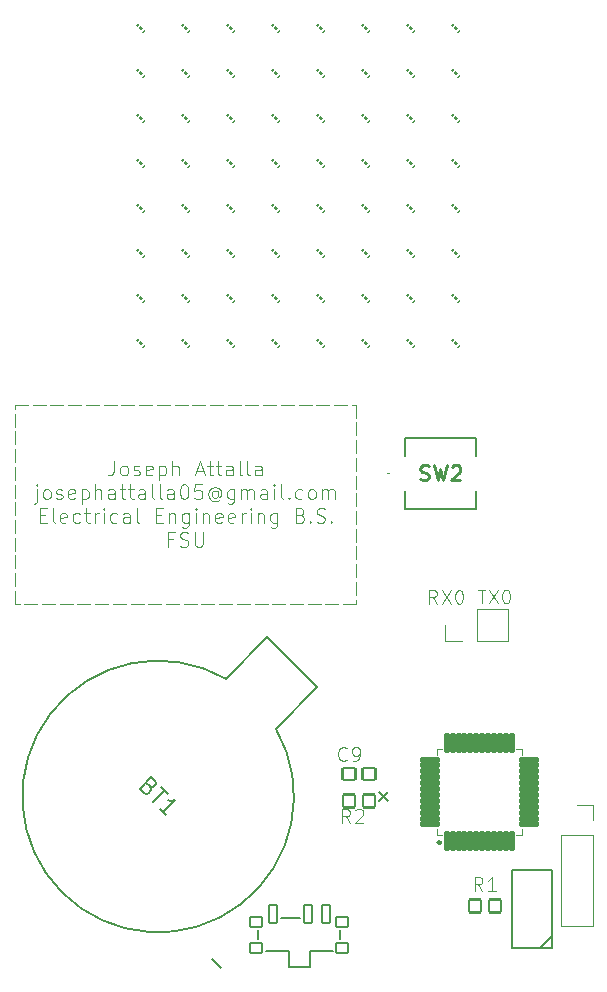
<source format=gbr>
%TF.GenerationSoftware,KiCad,Pcbnew,9.0.4*%
%TF.CreationDate,2025-08-30T15:32:04-04:00*%
%TF.ProjectId,business_card_pcb,62757369-6e65-4737-935f-636172645f70,rev?*%
%TF.SameCoordinates,Original*%
%TF.FileFunction,Legend,Top*%
%TF.FilePolarity,Positive*%
%FSLAX46Y46*%
G04 Gerber Fmt 4.6, Leading zero omitted, Abs format (unit mm)*
G04 Created by KiCad (PCBNEW 9.0.4) date 2025-08-30 15:32:04*
%MOMM*%
%LPD*%
G01*
G04 APERTURE LIST*
G04 Aperture macros list*
%AMRoundRect*
0 Rectangle with rounded corners*
0 $1 Rounding radius*
0 $2 $3 $4 $5 $6 $7 $8 $9 X,Y pos of 4 corners*
0 Add a 4 corners polygon primitive as box body*
4,1,4,$2,$3,$4,$5,$6,$7,$8,$9,$2,$3,0*
0 Add four circle primitives for the rounded corners*
1,1,$1+$1,$2,$3*
1,1,$1+$1,$4,$5*
1,1,$1+$1,$6,$7*
1,1,$1+$1,$8,$9*
0 Add four rect primitives between the rounded corners*
20,1,$1+$1,$2,$3,$4,$5,0*
20,1,$1+$1,$4,$5,$6,$7,0*
20,1,$1+$1,$6,$7,$8,$9,0*
20,1,$1+$1,$8,$9,$2,$3,0*%
G04 Aperture macros list end*
%ADD10C,0.100000*%
%ADD11C,0.093472*%
%ADD12C,0.254000*%
%ADD13C,0.114300*%
%ADD14C,0.150000*%
%ADD15C,0.000000*%
%ADD16C,0.120000*%
%ADD17C,0.152400*%
%ADD18C,0.200000*%
%ADD19C,0.250000*%
%ADD20C,0.127000*%
%ADD21RoundRect,0.101600X0.565685X0.000000X0.000000X0.565685X-0.565685X0.000000X0.000000X-0.565685X0*%
%ADD22RoundRect,0.101600X0.500000X0.550000X-0.500000X0.550000X-0.500000X-0.550000X0.500000X-0.550000X0*%
%ADD23RoundRect,0.101600X-0.550000X-0.500000X0.550000X-0.500000X0.550000X0.500000X-0.550000X0.500000X0*%
%ADD24R,1.700000X1.700000*%
%ADD25C,1.700000*%
%ADD26C,0.900000*%
%ADD27RoundRect,0.101600X0.495300X-0.406400X0.495300X0.406400X-0.495300X0.406400X-0.495300X-0.406400X0*%
%ADD28RoundRect,0.101600X0.355600X-0.749300X0.355600X0.749300X-0.355600X0.749300X-0.355600X-0.749300X0*%
%ADD29RoundRect,0.101600X-0.035355X0.742462X-0.742462X0.035355X0.035355X-0.742462X0.742462X-0.035355X0*%
%ADD30R,2.000000X2.000000*%
%ADD31O,2.219200X1.211200*%
%ADD32RoundRect,0.101600X-0.500000X-0.550000X0.500000X-0.550000X0.500000X0.550000X-0.500000X0.550000X0*%
%ADD33RoundRect,0.736600X-0.000010X-0.000010X0.000010X-0.000010X0.000010X0.000010X-0.000010X0.000010X0*%
%ADD34RoundRect,0.101600X0.140000X-0.779400X0.140000X0.779400X-0.140000X0.779400X-0.140000X-0.779400X0*%
%ADD35RoundRect,0.101600X0.779400X0.140000X-0.779400X0.140000X-0.779400X-0.140000X0.779400X-0.140000X0*%
%ADD36C,2.379000*%
G04 APERTURE END LIST*
D10*
X132808571Y-107424428D02*
X132808571Y-108317285D01*
X132808571Y-108317285D02*
X132749048Y-108495857D01*
X132749048Y-108495857D02*
X132630000Y-108614905D01*
X132630000Y-108614905D02*
X132451429Y-108674428D01*
X132451429Y-108674428D02*
X132332381Y-108674428D01*
X133582381Y-108674428D02*
X133463333Y-108614905D01*
X133463333Y-108614905D02*
X133403810Y-108555381D01*
X133403810Y-108555381D02*
X133344286Y-108436333D01*
X133344286Y-108436333D02*
X133344286Y-108079190D01*
X133344286Y-108079190D02*
X133403810Y-107960143D01*
X133403810Y-107960143D02*
X133463333Y-107900619D01*
X133463333Y-107900619D02*
X133582381Y-107841095D01*
X133582381Y-107841095D02*
X133760952Y-107841095D01*
X133760952Y-107841095D02*
X133880000Y-107900619D01*
X133880000Y-107900619D02*
X133939524Y-107960143D01*
X133939524Y-107960143D02*
X133999048Y-108079190D01*
X133999048Y-108079190D02*
X133999048Y-108436333D01*
X133999048Y-108436333D02*
X133939524Y-108555381D01*
X133939524Y-108555381D02*
X133880000Y-108614905D01*
X133880000Y-108614905D02*
X133760952Y-108674428D01*
X133760952Y-108674428D02*
X133582381Y-108674428D01*
X134475238Y-108614905D02*
X134594285Y-108674428D01*
X134594285Y-108674428D02*
X134832381Y-108674428D01*
X134832381Y-108674428D02*
X134951428Y-108614905D01*
X134951428Y-108614905D02*
X135010952Y-108495857D01*
X135010952Y-108495857D02*
X135010952Y-108436333D01*
X135010952Y-108436333D02*
X134951428Y-108317285D01*
X134951428Y-108317285D02*
X134832381Y-108257762D01*
X134832381Y-108257762D02*
X134653809Y-108257762D01*
X134653809Y-108257762D02*
X134534762Y-108198238D01*
X134534762Y-108198238D02*
X134475238Y-108079190D01*
X134475238Y-108079190D02*
X134475238Y-108019666D01*
X134475238Y-108019666D02*
X134534762Y-107900619D01*
X134534762Y-107900619D02*
X134653809Y-107841095D01*
X134653809Y-107841095D02*
X134832381Y-107841095D01*
X134832381Y-107841095D02*
X134951428Y-107900619D01*
X136022857Y-108614905D02*
X135903809Y-108674428D01*
X135903809Y-108674428D02*
X135665714Y-108674428D01*
X135665714Y-108674428D02*
X135546667Y-108614905D01*
X135546667Y-108614905D02*
X135487143Y-108495857D01*
X135487143Y-108495857D02*
X135487143Y-108019666D01*
X135487143Y-108019666D02*
X135546667Y-107900619D01*
X135546667Y-107900619D02*
X135665714Y-107841095D01*
X135665714Y-107841095D02*
X135903809Y-107841095D01*
X135903809Y-107841095D02*
X136022857Y-107900619D01*
X136022857Y-107900619D02*
X136082381Y-108019666D01*
X136082381Y-108019666D02*
X136082381Y-108138714D01*
X136082381Y-108138714D02*
X135487143Y-108257762D01*
X136618096Y-107841095D02*
X136618096Y-109091095D01*
X136618096Y-107900619D02*
X136737143Y-107841095D01*
X136737143Y-107841095D02*
X136975238Y-107841095D01*
X136975238Y-107841095D02*
X137094286Y-107900619D01*
X137094286Y-107900619D02*
X137153810Y-107960143D01*
X137153810Y-107960143D02*
X137213334Y-108079190D01*
X137213334Y-108079190D02*
X137213334Y-108436333D01*
X137213334Y-108436333D02*
X137153810Y-108555381D01*
X137153810Y-108555381D02*
X137094286Y-108614905D01*
X137094286Y-108614905D02*
X136975238Y-108674428D01*
X136975238Y-108674428D02*
X136737143Y-108674428D01*
X136737143Y-108674428D02*
X136618096Y-108614905D01*
X137749048Y-108674428D02*
X137749048Y-107424428D01*
X138284762Y-108674428D02*
X138284762Y-108019666D01*
X138284762Y-108019666D02*
X138225238Y-107900619D01*
X138225238Y-107900619D02*
X138106190Y-107841095D01*
X138106190Y-107841095D02*
X137927619Y-107841095D01*
X137927619Y-107841095D02*
X137808571Y-107900619D01*
X137808571Y-107900619D02*
X137749048Y-107960143D01*
X139772857Y-108317285D02*
X140368095Y-108317285D01*
X139653809Y-108674428D02*
X140070476Y-107424428D01*
X140070476Y-107424428D02*
X140487142Y-108674428D01*
X140725238Y-107841095D02*
X141201429Y-107841095D01*
X140903810Y-107424428D02*
X140903810Y-108495857D01*
X140903810Y-108495857D02*
X140963333Y-108614905D01*
X140963333Y-108614905D02*
X141082381Y-108674428D01*
X141082381Y-108674428D02*
X141201429Y-108674428D01*
X141439524Y-107841095D02*
X141915715Y-107841095D01*
X141618096Y-107424428D02*
X141618096Y-108495857D01*
X141618096Y-108495857D02*
X141677619Y-108614905D01*
X141677619Y-108614905D02*
X141796667Y-108674428D01*
X141796667Y-108674428D02*
X141915715Y-108674428D01*
X142868096Y-108674428D02*
X142868096Y-108019666D01*
X142868096Y-108019666D02*
X142808572Y-107900619D01*
X142808572Y-107900619D02*
X142689524Y-107841095D01*
X142689524Y-107841095D02*
X142451429Y-107841095D01*
X142451429Y-107841095D02*
X142332382Y-107900619D01*
X142868096Y-108614905D02*
X142749048Y-108674428D01*
X142749048Y-108674428D02*
X142451429Y-108674428D01*
X142451429Y-108674428D02*
X142332382Y-108614905D01*
X142332382Y-108614905D02*
X142272858Y-108495857D01*
X142272858Y-108495857D02*
X142272858Y-108376809D01*
X142272858Y-108376809D02*
X142332382Y-108257762D01*
X142332382Y-108257762D02*
X142451429Y-108198238D01*
X142451429Y-108198238D02*
X142749048Y-108198238D01*
X142749048Y-108198238D02*
X142868096Y-108138714D01*
X143641905Y-108674428D02*
X143522857Y-108614905D01*
X143522857Y-108614905D02*
X143463334Y-108495857D01*
X143463334Y-108495857D02*
X143463334Y-107424428D01*
X144296667Y-108674428D02*
X144177619Y-108614905D01*
X144177619Y-108614905D02*
X144118096Y-108495857D01*
X144118096Y-108495857D02*
X144118096Y-107424428D01*
X145308572Y-108674428D02*
X145308572Y-108019666D01*
X145308572Y-108019666D02*
X145249048Y-107900619D01*
X145249048Y-107900619D02*
X145130000Y-107841095D01*
X145130000Y-107841095D02*
X144891905Y-107841095D01*
X144891905Y-107841095D02*
X144772858Y-107900619D01*
X145308572Y-108614905D02*
X145189524Y-108674428D01*
X145189524Y-108674428D02*
X144891905Y-108674428D01*
X144891905Y-108674428D02*
X144772858Y-108614905D01*
X144772858Y-108614905D02*
X144713334Y-108495857D01*
X144713334Y-108495857D02*
X144713334Y-108376809D01*
X144713334Y-108376809D02*
X144772858Y-108257762D01*
X144772858Y-108257762D02*
X144891905Y-108198238D01*
X144891905Y-108198238D02*
X145189524Y-108198238D01*
X145189524Y-108198238D02*
X145308572Y-108138714D01*
X126260953Y-109853525D02*
X126260953Y-110924954D01*
X126260953Y-110924954D02*
X126201429Y-111044001D01*
X126201429Y-111044001D02*
X126082381Y-111103525D01*
X126082381Y-111103525D02*
X126022857Y-111103525D01*
X126260953Y-109436858D02*
X126201429Y-109496382D01*
X126201429Y-109496382D02*
X126260953Y-109555906D01*
X126260953Y-109555906D02*
X126320476Y-109496382D01*
X126320476Y-109496382D02*
X126260953Y-109436858D01*
X126260953Y-109436858D02*
X126260953Y-109555906D01*
X127034762Y-110686858D02*
X126915714Y-110627335D01*
X126915714Y-110627335D02*
X126856191Y-110567811D01*
X126856191Y-110567811D02*
X126796667Y-110448763D01*
X126796667Y-110448763D02*
X126796667Y-110091620D01*
X126796667Y-110091620D02*
X126856191Y-109972573D01*
X126856191Y-109972573D02*
X126915714Y-109913049D01*
X126915714Y-109913049D02*
X127034762Y-109853525D01*
X127034762Y-109853525D02*
X127213333Y-109853525D01*
X127213333Y-109853525D02*
X127332381Y-109913049D01*
X127332381Y-109913049D02*
X127391905Y-109972573D01*
X127391905Y-109972573D02*
X127451429Y-110091620D01*
X127451429Y-110091620D02*
X127451429Y-110448763D01*
X127451429Y-110448763D02*
X127391905Y-110567811D01*
X127391905Y-110567811D02*
X127332381Y-110627335D01*
X127332381Y-110627335D02*
X127213333Y-110686858D01*
X127213333Y-110686858D02*
X127034762Y-110686858D01*
X127927619Y-110627335D02*
X128046666Y-110686858D01*
X128046666Y-110686858D02*
X128284762Y-110686858D01*
X128284762Y-110686858D02*
X128403809Y-110627335D01*
X128403809Y-110627335D02*
X128463333Y-110508287D01*
X128463333Y-110508287D02*
X128463333Y-110448763D01*
X128463333Y-110448763D02*
X128403809Y-110329715D01*
X128403809Y-110329715D02*
X128284762Y-110270192D01*
X128284762Y-110270192D02*
X128106190Y-110270192D01*
X128106190Y-110270192D02*
X127987143Y-110210668D01*
X127987143Y-110210668D02*
X127927619Y-110091620D01*
X127927619Y-110091620D02*
X127927619Y-110032096D01*
X127927619Y-110032096D02*
X127987143Y-109913049D01*
X127987143Y-109913049D02*
X128106190Y-109853525D01*
X128106190Y-109853525D02*
X128284762Y-109853525D01*
X128284762Y-109853525D02*
X128403809Y-109913049D01*
X129475238Y-110627335D02*
X129356190Y-110686858D01*
X129356190Y-110686858D02*
X129118095Y-110686858D01*
X129118095Y-110686858D02*
X128999048Y-110627335D01*
X128999048Y-110627335D02*
X128939524Y-110508287D01*
X128939524Y-110508287D02*
X128939524Y-110032096D01*
X128939524Y-110032096D02*
X128999048Y-109913049D01*
X128999048Y-109913049D02*
X129118095Y-109853525D01*
X129118095Y-109853525D02*
X129356190Y-109853525D01*
X129356190Y-109853525D02*
X129475238Y-109913049D01*
X129475238Y-109913049D02*
X129534762Y-110032096D01*
X129534762Y-110032096D02*
X129534762Y-110151144D01*
X129534762Y-110151144D02*
X128939524Y-110270192D01*
X130070477Y-109853525D02*
X130070477Y-111103525D01*
X130070477Y-109913049D02*
X130189524Y-109853525D01*
X130189524Y-109853525D02*
X130427619Y-109853525D01*
X130427619Y-109853525D02*
X130546667Y-109913049D01*
X130546667Y-109913049D02*
X130606191Y-109972573D01*
X130606191Y-109972573D02*
X130665715Y-110091620D01*
X130665715Y-110091620D02*
X130665715Y-110448763D01*
X130665715Y-110448763D02*
X130606191Y-110567811D01*
X130606191Y-110567811D02*
X130546667Y-110627335D01*
X130546667Y-110627335D02*
X130427619Y-110686858D01*
X130427619Y-110686858D02*
X130189524Y-110686858D01*
X130189524Y-110686858D02*
X130070477Y-110627335D01*
X131201429Y-110686858D02*
X131201429Y-109436858D01*
X131737143Y-110686858D02*
X131737143Y-110032096D01*
X131737143Y-110032096D02*
X131677619Y-109913049D01*
X131677619Y-109913049D02*
X131558571Y-109853525D01*
X131558571Y-109853525D02*
X131380000Y-109853525D01*
X131380000Y-109853525D02*
X131260952Y-109913049D01*
X131260952Y-109913049D02*
X131201429Y-109972573D01*
X132868095Y-110686858D02*
X132868095Y-110032096D01*
X132868095Y-110032096D02*
X132808571Y-109913049D01*
X132808571Y-109913049D02*
X132689523Y-109853525D01*
X132689523Y-109853525D02*
X132451428Y-109853525D01*
X132451428Y-109853525D02*
X132332381Y-109913049D01*
X132868095Y-110627335D02*
X132749047Y-110686858D01*
X132749047Y-110686858D02*
X132451428Y-110686858D01*
X132451428Y-110686858D02*
X132332381Y-110627335D01*
X132332381Y-110627335D02*
X132272857Y-110508287D01*
X132272857Y-110508287D02*
X132272857Y-110389239D01*
X132272857Y-110389239D02*
X132332381Y-110270192D01*
X132332381Y-110270192D02*
X132451428Y-110210668D01*
X132451428Y-110210668D02*
X132749047Y-110210668D01*
X132749047Y-110210668D02*
X132868095Y-110151144D01*
X133284761Y-109853525D02*
X133760952Y-109853525D01*
X133463333Y-109436858D02*
X133463333Y-110508287D01*
X133463333Y-110508287D02*
X133522856Y-110627335D01*
X133522856Y-110627335D02*
X133641904Y-110686858D01*
X133641904Y-110686858D02*
X133760952Y-110686858D01*
X133999047Y-109853525D02*
X134475238Y-109853525D01*
X134177619Y-109436858D02*
X134177619Y-110508287D01*
X134177619Y-110508287D02*
X134237142Y-110627335D01*
X134237142Y-110627335D02*
X134356190Y-110686858D01*
X134356190Y-110686858D02*
X134475238Y-110686858D01*
X135427619Y-110686858D02*
X135427619Y-110032096D01*
X135427619Y-110032096D02*
X135368095Y-109913049D01*
X135368095Y-109913049D02*
X135249047Y-109853525D01*
X135249047Y-109853525D02*
X135010952Y-109853525D01*
X135010952Y-109853525D02*
X134891905Y-109913049D01*
X135427619Y-110627335D02*
X135308571Y-110686858D01*
X135308571Y-110686858D02*
X135010952Y-110686858D01*
X135010952Y-110686858D02*
X134891905Y-110627335D01*
X134891905Y-110627335D02*
X134832381Y-110508287D01*
X134832381Y-110508287D02*
X134832381Y-110389239D01*
X134832381Y-110389239D02*
X134891905Y-110270192D01*
X134891905Y-110270192D02*
X135010952Y-110210668D01*
X135010952Y-110210668D02*
X135308571Y-110210668D01*
X135308571Y-110210668D02*
X135427619Y-110151144D01*
X136201428Y-110686858D02*
X136082380Y-110627335D01*
X136082380Y-110627335D02*
X136022857Y-110508287D01*
X136022857Y-110508287D02*
X136022857Y-109436858D01*
X136856190Y-110686858D02*
X136737142Y-110627335D01*
X136737142Y-110627335D02*
X136677619Y-110508287D01*
X136677619Y-110508287D02*
X136677619Y-109436858D01*
X137868095Y-110686858D02*
X137868095Y-110032096D01*
X137868095Y-110032096D02*
X137808571Y-109913049D01*
X137808571Y-109913049D02*
X137689523Y-109853525D01*
X137689523Y-109853525D02*
X137451428Y-109853525D01*
X137451428Y-109853525D02*
X137332381Y-109913049D01*
X137868095Y-110627335D02*
X137749047Y-110686858D01*
X137749047Y-110686858D02*
X137451428Y-110686858D01*
X137451428Y-110686858D02*
X137332381Y-110627335D01*
X137332381Y-110627335D02*
X137272857Y-110508287D01*
X137272857Y-110508287D02*
X137272857Y-110389239D01*
X137272857Y-110389239D02*
X137332381Y-110270192D01*
X137332381Y-110270192D02*
X137451428Y-110210668D01*
X137451428Y-110210668D02*
X137749047Y-110210668D01*
X137749047Y-110210668D02*
X137868095Y-110151144D01*
X138701428Y-109436858D02*
X138820475Y-109436858D01*
X138820475Y-109436858D02*
X138939523Y-109496382D01*
X138939523Y-109496382D02*
X138999047Y-109555906D01*
X138999047Y-109555906D02*
X139058571Y-109674954D01*
X139058571Y-109674954D02*
X139118094Y-109913049D01*
X139118094Y-109913049D02*
X139118094Y-110210668D01*
X139118094Y-110210668D02*
X139058571Y-110448763D01*
X139058571Y-110448763D02*
X138999047Y-110567811D01*
X138999047Y-110567811D02*
X138939523Y-110627335D01*
X138939523Y-110627335D02*
X138820475Y-110686858D01*
X138820475Y-110686858D02*
X138701428Y-110686858D01*
X138701428Y-110686858D02*
X138582380Y-110627335D01*
X138582380Y-110627335D02*
X138522856Y-110567811D01*
X138522856Y-110567811D02*
X138463333Y-110448763D01*
X138463333Y-110448763D02*
X138403809Y-110210668D01*
X138403809Y-110210668D02*
X138403809Y-109913049D01*
X138403809Y-109913049D02*
X138463333Y-109674954D01*
X138463333Y-109674954D02*
X138522856Y-109555906D01*
X138522856Y-109555906D02*
X138582380Y-109496382D01*
X138582380Y-109496382D02*
X138701428Y-109436858D01*
X140249047Y-109436858D02*
X139653809Y-109436858D01*
X139653809Y-109436858D02*
X139594285Y-110032096D01*
X139594285Y-110032096D02*
X139653809Y-109972573D01*
X139653809Y-109972573D02*
X139772856Y-109913049D01*
X139772856Y-109913049D02*
X140070475Y-109913049D01*
X140070475Y-109913049D02*
X140189523Y-109972573D01*
X140189523Y-109972573D02*
X140249047Y-110032096D01*
X140249047Y-110032096D02*
X140308570Y-110151144D01*
X140308570Y-110151144D02*
X140308570Y-110448763D01*
X140308570Y-110448763D02*
X140249047Y-110567811D01*
X140249047Y-110567811D02*
X140189523Y-110627335D01*
X140189523Y-110627335D02*
X140070475Y-110686858D01*
X140070475Y-110686858D02*
X139772856Y-110686858D01*
X139772856Y-110686858D02*
X139653809Y-110627335D01*
X139653809Y-110627335D02*
X139594285Y-110567811D01*
X141618094Y-110091620D02*
X141558570Y-110032096D01*
X141558570Y-110032096D02*
X141439523Y-109972573D01*
X141439523Y-109972573D02*
X141320475Y-109972573D01*
X141320475Y-109972573D02*
X141201427Y-110032096D01*
X141201427Y-110032096D02*
X141141904Y-110091620D01*
X141141904Y-110091620D02*
X141082380Y-110210668D01*
X141082380Y-110210668D02*
X141082380Y-110329715D01*
X141082380Y-110329715D02*
X141141904Y-110448763D01*
X141141904Y-110448763D02*
X141201427Y-110508287D01*
X141201427Y-110508287D02*
X141320475Y-110567811D01*
X141320475Y-110567811D02*
X141439523Y-110567811D01*
X141439523Y-110567811D02*
X141558570Y-110508287D01*
X141558570Y-110508287D02*
X141618094Y-110448763D01*
X141618094Y-109972573D02*
X141618094Y-110448763D01*
X141618094Y-110448763D02*
X141677618Y-110508287D01*
X141677618Y-110508287D02*
X141737142Y-110508287D01*
X141737142Y-110508287D02*
X141856189Y-110448763D01*
X141856189Y-110448763D02*
X141915713Y-110329715D01*
X141915713Y-110329715D02*
X141915713Y-110032096D01*
X141915713Y-110032096D02*
X141796666Y-109853525D01*
X141796666Y-109853525D02*
X141618094Y-109734477D01*
X141618094Y-109734477D02*
X141379999Y-109674954D01*
X141379999Y-109674954D02*
X141141904Y-109734477D01*
X141141904Y-109734477D02*
X140963332Y-109853525D01*
X140963332Y-109853525D02*
X140844285Y-110032096D01*
X140844285Y-110032096D02*
X140784761Y-110270192D01*
X140784761Y-110270192D02*
X140844285Y-110508287D01*
X140844285Y-110508287D02*
X140963332Y-110686858D01*
X140963332Y-110686858D02*
X141141904Y-110805906D01*
X141141904Y-110805906D02*
X141379999Y-110865430D01*
X141379999Y-110865430D02*
X141618094Y-110805906D01*
X141618094Y-110805906D02*
X141796666Y-110686858D01*
X142987142Y-109853525D02*
X142987142Y-110865430D01*
X142987142Y-110865430D02*
X142927618Y-110984477D01*
X142927618Y-110984477D02*
X142868094Y-111044001D01*
X142868094Y-111044001D02*
X142749047Y-111103525D01*
X142749047Y-111103525D02*
X142570475Y-111103525D01*
X142570475Y-111103525D02*
X142451428Y-111044001D01*
X142987142Y-110627335D02*
X142868094Y-110686858D01*
X142868094Y-110686858D02*
X142629999Y-110686858D01*
X142629999Y-110686858D02*
X142510951Y-110627335D01*
X142510951Y-110627335D02*
X142451428Y-110567811D01*
X142451428Y-110567811D02*
X142391904Y-110448763D01*
X142391904Y-110448763D02*
X142391904Y-110091620D01*
X142391904Y-110091620D02*
X142451428Y-109972573D01*
X142451428Y-109972573D02*
X142510951Y-109913049D01*
X142510951Y-109913049D02*
X142629999Y-109853525D01*
X142629999Y-109853525D02*
X142868094Y-109853525D01*
X142868094Y-109853525D02*
X142987142Y-109913049D01*
X143582380Y-110686858D02*
X143582380Y-109853525D01*
X143582380Y-109972573D02*
X143641903Y-109913049D01*
X143641903Y-109913049D02*
X143760951Y-109853525D01*
X143760951Y-109853525D02*
X143939522Y-109853525D01*
X143939522Y-109853525D02*
X144058570Y-109913049D01*
X144058570Y-109913049D02*
X144118094Y-110032096D01*
X144118094Y-110032096D02*
X144118094Y-110686858D01*
X144118094Y-110032096D02*
X144177618Y-109913049D01*
X144177618Y-109913049D02*
X144296665Y-109853525D01*
X144296665Y-109853525D02*
X144475237Y-109853525D01*
X144475237Y-109853525D02*
X144594284Y-109913049D01*
X144594284Y-109913049D02*
X144653808Y-110032096D01*
X144653808Y-110032096D02*
X144653808Y-110686858D01*
X145784761Y-110686858D02*
X145784761Y-110032096D01*
X145784761Y-110032096D02*
X145725237Y-109913049D01*
X145725237Y-109913049D02*
X145606189Y-109853525D01*
X145606189Y-109853525D02*
X145368094Y-109853525D01*
X145368094Y-109853525D02*
X145249047Y-109913049D01*
X145784761Y-110627335D02*
X145665713Y-110686858D01*
X145665713Y-110686858D02*
X145368094Y-110686858D01*
X145368094Y-110686858D02*
X145249047Y-110627335D01*
X145249047Y-110627335D02*
X145189523Y-110508287D01*
X145189523Y-110508287D02*
X145189523Y-110389239D01*
X145189523Y-110389239D02*
X145249047Y-110270192D01*
X145249047Y-110270192D02*
X145368094Y-110210668D01*
X145368094Y-110210668D02*
X145665713Y-110210668D01*
X145665713Y-110210668D02*
X145784761Y-110151144D01*
X146379999Y-110686858D02*
X146379999Y-109853525D01*
X146379999Y-109436858D02*
X146320475Y-109496382D01*
X146320475Y-109496382D02*
X146379999Y-109555906D01*
X146379999Y-109555906D02*
X146439522Y-109496382D01*
X146439522Y-109496382D02*
X146379999Y-109436858D01*
X146379999Y-109436858D02*
X146379999Y-109555906D01*
X147153808Y-110686858D02*
X147034760Y-110627335D01*
X147034760Y-110627335D02*
X146975237Y-110508287D01*
X146975237Y-110508287D02*
X146975237Y-109436858D01*
X147629999Y-110567811D02*
X147689522Y-110627335D01*
X147689522Y-110627335D02*
X147629999Y-110686858D01*
X147629999Y-110686858D02*
X147570475Y-110627335D01*
X147570475Y-110627335D02*
X147629999Y-110567811D01*
X147629999Y-110567811D02*
X147629999Y-110686858D01*
X148760951Y-110627335D02*
X148641903Y-110686858D01*
X148641903Y-110686858D02*
X148403808Y-110686858D01*
X148403808Y-110686858D02*
X148284760Y-110627335D01*
X148284760Y-110627335D02*
X148225237Y-110567811D01*
X148225237Y-110567811D02*
X148165713Y-110448763D01*
X148165713Y-110448763D02*
X148165713Y-110091620D01*
X148165713Y-110091620D02*
X148225237Y-109972573D01*
X148225237Y-109972573D02*
X148284760Y-109913049D01*
X148284760Y-109913049D02*
X148403808Y-109853525D01*
X148403808Y-109853525D02*
X148641903Y-109853525D01*
X148641903Y-109853525D02*
X148760951Y-109913049D01*
X149475237Y-110686858D02*
X149356189Y-110627335D01*
X149356189Y-110627335D02*
X149296666Y-110567811D01*
X149296666Y-110567811D02*
X149237142Y-110448763D01*
X149237142Y-110448763D02*
X149237142Y-110091620D01*
X149237142Y-110091620D02*
X149296666Y-109972573D01*
X149296666Y-109972573D02*
X149356189Y-109913049D01*
X149356189Y-109913049D02*
X149475237Y-109853525D01*
X149475237Y-109853525D02*
X149653808Y-109853525D01*
X149653808Y-109853525D02*
X149772856Y-109913049D01*
X149772856Y-109913049D02*
X149832380Y-109972573D01*
X149832380Y-109972573D02*
X149891904Y-110091620D01*
X149891904Y-110091620D02*
X149891904Y-110448763D01*
X149891904Y-110448763D02*
X149832380Y-110567811D01*
X149832380Y-110567811D02*
X149772856Y-110627335D01*
X149772856Y-110627335D02*
X149653808Y-110686858D01*
X149653808Y-110686858D02*
X149475237Y-110686858D01*
X150427618Y-110686858D02*
X150427618Y-109853525D01*
X150427618Y-109972573D02*
X150487141Y-109913049D01*
X150487141Y-109913049D02*
X150606189Y-109853525D01*
X150606189Y-109853525D02*
X150784760Y-109853525D01*
X150784760Y-109853525D02*
X150903808Y-109913049D01*
X150903808Y-109913049D02*
X150963332Y-110032096D01*
X150963332Y-110032096D02*
X150963332Y-110686858D01*
X150963332Y-110032096D02*
X151022856Y-109913049D01*
X151022856Y-109913049D02*
X151141903Y-109853525D01*
X151141903Y-109853525D02*
X151320475Y-109853525D01*
X151320475Y-109853525D02*
X151439522Y-109913049D01*
X151439522Y-109913049D02*
X151499046Y-110032096D01*
X151499046Y-110032096D02*
X151499046Y-110686858D01*
X126528810Y-112044526D02*
X126945476Y-112044526D01*
X127124048Y-112699288D02*
X126528810Y-112699288D01*
X126528810Y-112699288D02*
X126528810Y-111449288D01*
X126528810Y-111449288D02*
X127124048Y-111449288D01*
X127838333Y-112699288D02*
X127719285Y-112639765D01*
X127719285Y-112639765D02*
X127659762Y-112520717D01*
X127659762Y-112520717D02*
X127659762Y-111449288D01*
X128790714Y-112639765D02*
X128671666Y-112699288D01*
X128671666Y-112699288D02*
X128433571Y-112699288D01*
X128433571Y-112699288D02*
X128314524Y-112639765D01*
X128314524Y-112639765D02*
X128255000Y-112520717D01*
X128255000Y-112520717D02*
X128255000Y-112044526D01*
X128255000Y-112044526D02*
X128314524Y-111925479D01*
X128314524Y-111925479D02*
X128433571Y-111865955D01*
X128433571Y-111865955D02*
X128671666Y-111865955D01*
X128671666Y-111865955D02*
X128790714Y-111925479D01*
X128790714Y-111925479D02*
X128850238Y-112044526D01*
X128850238Y-112044526D02*
X128850238Y-112163574D01*
X128850238Y-112163574D02*
X128255000Y-112282622D01*
X129921667Y-112639765D02*
X129802619Y-112699288D01*
X129802619Y-112699288D02*
X129564524Y-112699288D01*
X129564524Y-112699288D02*
X129445476Y-112639765D01*
X129445476Y-112639765D02*
X129385953Y-112580241D01*
X129385953Y-112580241D02*
X129326429Y-112461193D01*
X129326429Y-112461193D02*
X129326429Y-112104050D01*
X129326429Y-112104050D02*
X129385953Y-111985003D01*
X129385953Y-111985003D02*
X129445476Y-111925479D01*
X129445476Y-111925479D02*
X129564524Y-111865955D01*
X129564524Y-111865955D02*
X129802619Y-111865955D01*
X129802619Y-111865955D02*
X129921667Y-111925479D01*
X130278810Y-111865955D02*
X130755001Y-111865955D01*
X130457382Y-111449288D02*
X130457382Y-112520717D01*
X130457382Y-112520717D02*
X130516905Y-112639765D01*
X130516905Y-112639765D02*
X130635953Y-112699288D01*
X130635953Y-112699288D02*
X130755001Y-112699288D01*
X131171668Y-112699288D02*
X131171668Y-111865955D01*
X131171668Y-112104050D02*
X131231191Y-111985003D01*
X131231191Y-111985003D02*
X131290715Y-111925479D01*
X131290715Y-111925479D02*
X131409763Y-111865955D01*
X131409763Y-111865955D02*
X131528810Y-111865955D01*
X131945478Y-112699288D02*
X131945478Y-111865955D01*
X131945478Y-111449288D02*
X131885954Y-111508812D01*
X131885954Y-111508812D02*
X131945478Y-111568336D01*
X131945478Y-111568336D02*
X132005001Y-111508812D01*
X132005001Y-111508812D02*
X131945478Y-111449288D01*
X131945478Y-111449288D02*
X131945478Y-111568336D01*
X133076430Y-112639765D02*
X132957382Y-112699288D01*
X132957382Y-112699288D02*
X132719287Y-112699288D01*
X132719287Y-112699288D02*
X132600239Y-112639765D01*
X132600239Y-112639765D02*
X132540716Y-112580241D01*
X132540716Y-112580241D02*
X132481192Y-112461193D01*
X132481192Y-112461193D02*
X132481192Y-112104050D01*
X132481192Y-112104050D02*
X132540716Y-111985003D01*
X132540716Y-111985003D02*
X132600239Y-111925479D01*
X132600239Y-111925479D02*
X132719287Y-111865955D01*
X132719287Y-111865955D02*
X132957382Y-111865955D01*
X132957382Y-111865955D02*
X133076430Y-111925479D01*
X134147859Y-112699288D02*
X134147859Y-112044526D01*
X134147859Y-112044526D02*
X134088335Y-111925479D01*
X134088335Y-111925479D02*
X133969287Y-111865955D01*
X133969287Y-111865955D02*
X133731192Y-111865955D01*
X133731192Y-111865955D02*
X133612145Y-111925479D01*
X134147859Y-112639765D02*
X134028811Y-112699288D01*
X134028811Y-112699288D02*
X133731192Y-112699288D01*
X133731192Y-112699288D02*
X133612145Y-112639765D01*
X133612145Y-112639765D02*
X133552621Y-112520717D01*
X133552621Y-112520717D02*
X133552621Y-112401669D01*
X133552621Y-112401669D02*
X133612145Y-112282622D01*
X133612145Y-112282622D02*
X133731192Y-112223098D01*
X133731192Y-112223098D02*
X134028811Y-112223098D01*
X134028811Y-112223098D02*
X134147859Y-112163574D01*
X134921668Y-112699288D02*
X134802620Y-112639765D01*
X134802620Y-112639765D02*
X134743097Y-112520717D01*
X134743097Y-112520717D02*
X134743097Y-111449288D01*
X136350240Y-112044526D02*
X136766906Y-112044526D01*
X136945478Y-112699288D02*
X136350240Y-112699288D01*
X136350240Y-112699288D02*
X136350240Y-111449288D01*
X136350240Y-111449288D02*
X136945478Y-111449288D01*
X137481192Y-111865955D02*
X137481192Y-112699288D01*
X137481192Y-111985003D02*
X137540715Y-111925479D01*
X137540715Y-111925479D02*
X137659763Y-111865955D01*
X137659763Y-111865955D02*
X137838334Y-111865955D01*
X137838334Y-111865955D02*
X137957382Y-111925479D01*
X137957382Y-111925479D02*
X138016906Y-112044526D01*
X138016906Y-112044526D02*
X138016906Y-112699288D01*
X139147858Y-111865955D02*
X139147858Y-112877860D01*
X139147858Y-112877860D02*
X139088334Y-112996907D01*
X139088334Y-112996907D02*
X139028810Y-113056431D01*
X139028810Y-113056431D02*
X138909763Y-113115955D01*
X138909763Y-113115955D02*
X138731191Y-113115955D01*
X138731191Y-113115955D02*
X138612144Y-113056431D01*
X139147858Y-112639765D02*
X139028810Y-112699288D01*
X139028810Y-112699288D02*
X138790715Y-112699288D01*
X138790715Y-112699288D02*
X138671667Y-112639765D01*
X138671667Y-112639765D02*
X138612144Y-112580241D01*
X138612144Y-112580241D02*
X138552620Y-112461193D01*
X138552620Y-112461193D02*
X138552620Y-112104050D01*
X138552620Y-112104050D02*
X138612144Y-111985003D01*
X138612144Y-111985003D02*
X138671667Y-111925479D01*
X138671667Y-111925479D02*
X138790715Y-111865955D01*
X138790715Y-111865955D02*
X139028810Y-111865955D01*
X139028810Y-111865955D02*
X139147858Y-111925479D01*
X139743096Y-112699288D02*
X139743096Y-111865955D01*
X139743096Y-111449288D02*
X139683572Y-111508812D01*
X139683572Y-111508812D02*
X139743096Y-111568336D01*
X139743096Y-111568336D02*
X139802619Y-111508812D01*
X139802619Y-111508812D02*
X139743096Y-111449288D01*
X139743096Y-111449288D02*
X139743096Y-111568336D01*
X140338334Y-111865955D02*
X140338334Y-112699288D01*
X140338334Y-111985003D02*
X140397857Y-111925479D01*
X140397857Y-111925479D02*
X140516905Y-111865955D01*
X140516905Y-111865955D02*
X140695476Y-111865955D01*
X140695476Y-111865955D02*
X140814524Y-111925479D01*
X140814524Y-111925479D02*
X140874048Y-112044526D01*
X140874048Y-112044526D02*
X140874048Y-112699288D01*
X141945476Y-112639765D02*
X141826428Y-112699288D01*
X141826428Y-112699288D02*
X141588333Y-112699288D01*
X141588333Y-112699288D02*
X141469286Y-112639765D01*
X141469286Y-112639765D02*
X141409762Y-112520717D01*
X141409762Y-112520717D02*
X141409762Y-112044526D01*
X141409762Y-112044526D02*
X141469286Y-111925479D01*
X141469286Y-111925479D02*
X141588333Y-111865955D01*
X141588333Y-111865955D02*
X141826428Y-111865955D01*
X141826428Y-111865955D02*
X141945476Y-111925479D01*
X141945476Y-111925479D02*
X142005000Y-112044526D01*
X142005000Y-112044526D02*
X142005000Y-112163574D01*
X142005000Y-112163574D02*
X141409762Y-112282622D01*
X143016905Y-112639765D02*
X142897857Y-112699288D01*
X142897857Y-112699288D02*
X142659762Y-112699288D01*
X142659762Y-112699288D02*
X142540715Y-112639765D01*
X142540715Y-112639765D02*
X142481191Y-112520717D01*
X142481191Y-112520717D02*
X142481191Y-112044526D01*
X142481191Y-112044526D02*
X142540715Y-111925479D01*
X142540715Y-111925479D02*
X142659762Y-111865955D01*
X142659762Y-111865955D02*
X142897857Y-111865955D01*
X142897857Y-111865955D02*
X143016905Y-111925479D01*
X143016905Y-111925479D02*
X143076429Y-112044526D01*
X143076429Y-112044526D02*
X143076429Y-112163574D01*
X143076429Y-112163574D02*
X142481191Y-112282622D01*
X143612144Y-112699288D02*
X143612144Y-111865955D01*
X143612144Y-112104050D02*
X143671667Y-111985003D01*
X143671667Y-111985003D02*
X143731191Y-111925479D01*
X143731191Y-111925479D02*
X143850239Y-111865955D01*
X143850239Y-111865955D02*
X143969286Y-111865955D01*
X144385954Y-112699288D02*
X144385954Y-111865955D01*
X144385954Y-111449288D02*
X144326430Y-111508812D01*
X144326430Y-111508812D02*
X144385954Y-111568336D01*
X144385954Y-111568336D02*
X144445477Y-111508812D01*
X144445477Y-111508812D02*
X144385954Y-111449288D01*
X144385954Y-111449288D02*
X144385954Y-111568336D01*
X144981192Y-111865955D02*
X144981192Y-112699288D01*
X144981192Y-111985003D02*
X145040715Y-111925479D01*
X145040715Y-111925479D02*
X145159763Y-111865955D01*
X145159763Y-111865955D02*
X145338334Y-111865955D01*
X145338334Y-111865955D02*
X145457382Y-111925479D01*
X145457382Y-111925479D02*
X145516906Y-112044526D01*
X145516906Y-112044526D02*
X145516906Y-112699288D01*
X146647858Y-111865955D02*
X146647858Y-112877860D01*
X146647858Y-112877860D02*
X146588334Y-112996907D01*
X146588334Y-112996907D02*
X146528810Y-113056431D01*
X146528810Y-113056431D02*
X146409763Y-113115955D01*
X146409763Y-113115955D02*
X146231191Y-113115955D01*
X146231191Y-113115955D02*
X146112144Y-113056431D01*
X146647858Y-112639765D02*
X146528810Y-112699288D01*
X146528810Y-112699288D02*
X146290715Y-112699288D01*
X146290715Y-112699288D02*
X146171667Y-112639765D01*
X146171667Y-112639765D02*
X146112144Y-112580241D01*
X146112144Y-112580241D02*
X146052620Y-112461193D01*
X146052620Y-112461193D02*
X146052620Y-112104050D01*
X146052620Y-112104050D02*
X146112144Y-111985003D01*
X146112144Y-111985003D02*
X146171667Y-111925479D01*
X146171667Y-111925479D02*
X146290715Y-111865955D01*
X146290715Y-111865955D02*
X146528810Y-111865955D01*
X146528810Y-111865955D02*
X146647858Y-111925479D01*
X148612143Y-112044526D02*
X148790715Y-112104050D01*
X148790715Y-112104050D02*
X148850238Y-112163574D01*
X148850238Y-112163574D02*
X148909762Y-112282622D01*
X148909762Y-112282622D02*
X148909762Y-112461193D01*
X148909762Y-112461193D02*
X148850238Y-112580241D01*
X148850238Y-112580241D02*
X148790715Y-112639765D01*
X148790715Y-112639765D02*
X148671667Y-112699288D01*
X148671667Y-112699288D02*
X148195477Y-112699288D01*
X148195477Y-112699288D02*
X148195477Y-111449288D01*
X148195477Y-111449288D02*
X148612143Y-111449288D01*
X148612143Y-111449288D02*
X148731191Y-111508812D01*
X148731191Y-111508812D02*
X148790715Y-111568336D01*
X148790715Y-111568336D02*
X148850238Y-111687384D01*
X148850238Y-111687384D02*
X148850238Y-111806431D01*
X148850238Y-111806431D02*
X148790715Y-111925479D01*
X148790715Y-111925479D02*
X148731191Y-111985003D01*
X148731191Y-111985003D02*
X148612143Y-112044526D01*
X148612143Y-112044526D02*
X148195477Y-112044526D01*
X149445477Y-112580241D02*
X149505000Y-112639765D01*
X149505000Y-112639765D02*
X149445477Y-112699288D01*
X149445477Y-112699288D02*
X149385953Y-112639765D01*
X149385953Y-112639765D02*
X149445477Y-112580241D01*
X149445477Y-112580241D02*
X149445477Y-112699288D01*
X149981191Y-112639765D02*
X150159762Y-112699288D01*
X150159762Y-112699288D02*
X150457381Y-112699288D01*
X150457381Y-112699288D02*
X150576429Y-112639765D01*
X150576429Y-112639765D02*
X150635953Y-112580241D01*
X150635953Y-112580241D02*
X150695476Y-112461193D01*
X150695476Y-112461193D02*
X150695476Y-112342145D01*
X150695476Y-112342145D02*
X150635953Y-112223098D01*
X150635953Y-112223098D02*
X150576429Y-112163574D01*
X150576429Y-112163574D02*
X150457381Y-112104050D01*
X150457381Y-112104050D02*
X150219286Y-112044526D01*
X150219286Y-112044526D02*
X150100238Y-111985003D01*
X150100238Y-111985003D02*
X150040715Y-111925479D01*
X150040715Y-111925479D02*
X149981191Y-111806431D01*
X149981191Y-111806431D02*
X149981191Y-111687384D01*
X149981191Y-111687384D02*
X150040715Y-111568336D01*
X150040715Y-111568336D02*
X150100238Y-111508812D01*
X150100238Y-111508812D02*
X150219286Y-111449288D01*
X150219286Y-111449288D02*
X150516905Y-111449288D01*
X150516905Y-111449288D02*
X150695476Y-111508812D01*
X151231191Y-112580241D02*
X151290714Y-112639765D01*
X151290714Y-112639765D02*
X151231191Y-112699288D01*
X151231191Y-112699288D02*
X151171667Y-112639765D01*
X151171667Y-112639765D02*
X151231191Y-112580241D01*
X151231191Y-112580241D02*
X151231191Y-112699288D01*
X137808571Y-114056956D02*
X137391905Y-114056956D01*
X137391905Y-114711718D02*
X137391905Y-113461718D01*
X137391905Y-113461718D02*
X137987143Y-113461718D01*
X138403810Y-114652195D02*
X138582381Y-114711718D01*
X138582381Y-114711718D02*
X138880000Y-114711718D01*
X138880000Y-114711718D02*
X138999048Y-114652195D01*
X138999048Y-114652195D02*
X139058572Y-114592671D01*
X139058572Y-114592671D02*
X139118095Y-114473623D01*
X139118095Y-114473623D02*
X139118095Y-114354575D01*
X139118095Y-114354575D02*
X139058572Y-114235528D01*
X139058572Y-114235528D02*
X138999048Y-114176004D01*
X138999048Y-114176004D02*
X138880000Y-114116480D01*
X138880000Y-114116480D02*
X138641905Y-114056956D01*
X138641905Y-114056956D02*
X138522857Y-113997433D01*
X138522857Y-113997433D02*
X138463334Y-113937909D01*
X138463334Y-113937909D02*
X138403810Y-113818861D01*
X138403810Y-113818861D02*
X138403810Y-113699814D01*
X138403810Y-113699814D02*
X138463334Y-113580766D01*
X138463334Y-113580766D02*
X138522857Y-113521242D01*
X138522857Y-113521242D02*
X138641905Y-113461718D01*
X138641905Y-113461718D02*
X138939524Y-113461718D01*
X138939524Y-113461718D02*
X139118095Y-113521242D01*
X139653810Y-113461718D02*
X139653810Y-114473623D01*
X139653810Y-114473623D02*
X139713333Y-114592671D01*
X139713333Y-114592671D02*
X139772857Y-114652195D01*
X139772857Y-114652195D02*
X139891905Y-114711718D01*
X139891905Y-114711718D02*
X140130000Y-114711718D01*
X140130000Y-114711718D02*
X140249048Y-114652195D01*
X140249048Y-114652195D02*
X140308571Y-114592671D01*
X140308571Y-114592671D02*
X140368095Y-114473623D01*
X140368095Y-114473623D02*
X140368095Y-113461718D01*
X124440000Y-102690000D02*
X125540000Y-102690000D01*
X125940000Y-102690000D02*
X127040000Y-102690000D01*
X127440000Y-102690000D02*
X128540000Y-102690000D01*
X128940000Y-102690000D02*
X130040000Y-102690000D01*
X130440000Y-102690000D02*
X131540000Y-102690000D01*
X131940000Y-102690000D02*
X133040000Y-102690000D01*
X133440000Y-102690000D02*
X134540000Y-102690000D01*
X134940000Y-102690000D02*
X136040000Y-102690000D01*
X136440000Y-102690000D02*
X137540000Y-102690000D01*
X137940000Y-102690000D02*
X139040000Y-102690000D01*
X139440000Y-102690000D02*
X140540000Y-102690000D01*
X140940000Y-102690000D02*
X142040000Y-102690000D01*
X142440000Y-102690000D02*
X143540000Y-102690000D01*
X143940000Y-102690000D02*
X145040000Y-102690000D01*
X145440000Y-102690000D02*
X146540000Y-102690000D01*
X146940000Y-102690000D02*
X148040000Y-102690000D01*
X148440000Y-102690000D02*
X149540000Y-102690000D01*
X149940000Y-102690000D02*
X151040000Y-102690000D01*
X151440000Y-102690000D02*
X152540000Y-102690000D01*
X152940000Y-102690000D02*
X153320000Y-102690000D01*
X153320000Y-102690000D02*
X153320000Y-103790000D01*
X153320000Y-104190000D02*
X153320000Y-105290000D01*
X153320000Y-105690000D02*
X153320000Y-106790000D01*
X153320000Y-107190000D02*
X153320000Y-108290000D01*
X153320000Y-108690000D02*
X153320000Y-109790000D01*
X153320000Y-110190000D02*
X153320000Y-111290000D01*
X153320000Y-111690000D02*
X153320000Y-112790000D01*
X153320000Y-113190000D02*
X153320000Y-114290000D01*
X153320000Y-114690000D02*
X153320000Y-115790000D01*
X153320000Y-116190000D02*
X153320000Y-117290000D01*
X153320000Y-117690000D02*
X153320000Y-118790000D01*
X153320000Y-119190000D02*
X153320000Y-119550000D01*
X153320000Y-119550000D02*
X152220000Y-119550000D01*
X151820000Y-119550000D02*
X150720000Y-119550000D01*
X150320000Y-119550000D02*
X149220000Y-119550000D01*
X148820000Y-119550000D02*
X147720000Y-119550000D01*
X147320000Y-119550000D02*
X146220000Y-119550000D01*
X145820000Y-119550000D02*
X144720000Y-119550000D01*
X144320000Y-119550000D02*
X143220000Y-119550000D01*
X142820000Y-119550000D02*
X141720000Y-119550000D01*
X141320000Y-119550000D02*
X140220000Y-119550000D01*
X139820000Y-119550000D02*
X138720000Y-119550000D01*
X138320000Y-119550000D02*
X137220000Y-119550000D01*
X136820000Y-119550000D02*
X135720000Y-119550000D01*
X135320000Y-119550000D02*
X134220000Y-119550000D01*
X133820000Y-119550000D02*
X132720000Y-119550000D01*
X132320000Y-119550000D02*
X131220000Y-119550000D01*
X130820000Y-119550000D02*
X129720000Y-119550000D01*
X129320000Y-119550000D02*
X128220000Y-119550000D01*
X127820000Y-119550000D02*
X126720000Y-119550000D01*
X126320000Y-119550000D02*
X125220000Y-119550000D01*
X124820000Y-119550000D02*
X124440000Y-119550000D01*
X124440000Y-119550000D02*
X124440000Y-118450000D01*
X124440000Y-118050000D02*
X124440000Y-116950000D01*
X124440000Y-116550000D02*
X124440000Y-115450000D01*
X124440000Y-115050000D02*
X124440000Y-113950000D01*
X124440000Y-113550000D02*
X124440000Y-112450000D01*
X124440000Y-112050000D02*
X124440000Y-110950000D01*
X124440000Y-110550000D02*
X124440000Y-109450000D01*
X124440000Y-109050000D02*
X124440000Y-107950000D01*
X124440000Y-107550000D02*
X124440000Y-106450000D01*
X124440000Y-106050000D02*
X124440000Y-104950000D01*
X124440000Y-104550000D02*
X124440000Y-103450000D01*
X124440000Y-103050000D02*
X124440000Y-102690000D01*
D11*
X152810002Y-138108292D02*
X152417826Y-137548040D01*
X152137700Y-138108292D02*
X152137700Y-136931764D01*
X152137700Y-136931764D02*
X152585901Y-136931764D01*
X152585901Y-136931764D02*
X152697952Y-136987789D01*
X152697952Y-136987789D02*
X152753977Y-137043814D01*
X152753977Y-137043814D02*
X152810002Y-137155864D01*
X152810002Y-137155864D02*
X152810002Y-137323940D01*
X152810002Y-137323940D02*
X152753977Y-137435990D01*
X152753977Y-137435990D02*
X152697952Y-137492015D01*
X152697952Y-137492015D02*
X152585901Y-137548040D01*
X152585901Y-137548040D02*
X152137700Y-137548040D01*
X153258203Y-137043814D02*
X153314228Y-136987789D01*
X153314228Y-136987789D02*
X153426279Y-136931764D01*
X153426279Y-136931764D02*
X153706404Y-136931764D01*
X153706404Y-136931764D02*
X153818455Y-136987789D01*
X153818455Y-136987789D02*
X153874480Y-137043814D01*
X153874480Y-137043814D02*
X153930505Y-137155864D01*
X153930505Y-137155864D02*
X153930505Y-137267915D01*
X153930505Y-137267915D02*
X153874480Y-137435990D01*
X153874480Y-137435990D02*
X153202178Y-138108292D01*
X153202178Y-138108292D02*
X153930505Y-138108292D01*
X152513921Y-132739104D02*
X152457896Y-132795130D01*
X152457896Y-132795130D02*
X152289820Y-132851155D01*
X152289820Y-132851155D02*
X152177770Y-132851155D01*
X152177770Y-132851155D02*
X152009695Y-132795130D01*
X152009695Y-132795130D02*
X151897644Y-132683079D01*
X151897644Y-132683079D02*
X151841619Y-132571029D01*
X151841619Y-132571029D02*
X151785594Y-132346928D01*
X151785594Y-132346928D02*
X151785594Y-132178853D01*
X151785594Y-132178853D02*
X151841619Y-131954752D01*
X151841619Y-131954752D02*
X151897644Y-131842702D01*
X151897644Y-131842702D02*
X152009695Y-131730652D01*
X152009695Y-131730652D02*
X152177770Y-131674627D01*
X152177770Y-131674627D02*
X152289820Y-131674627D01*
X152289820Y-131674627D02*
X152457896Y-131730652D01*
X152457896Y-131730652D02*
X152513921Y-131786677D01*
X153074172Y-132851155D02*
X153298273Y-132851155D01*
X153298273Y-132851155D02*
X153410323Y-132795130D01*
X153410323Y-132795130D02*
X153466348Y-132739104D01*
X153466348Y-132739104D02*
X153578399Y-132571029D01*
X153578399Y-132571029D02*
X153634424Y-132346928D01*
X153634424Y-132346928D02*
X153634424Y-131898727D01*
X153634424Y-131898727D02*
X153578399Y-131786677D01*
X153578399Y-131786677D02*
X153522374Y-131730652D01*
X153522374Y-131730652D02*
X153410323Y-131674627D01*
X153410323Y-131674627D02*
X153186223Y-131674627D01*
X153186223Y-131674627D02*
X153074172Y-131730652D01*
X153074172Y-131730652D02*
X153018147Y-131786677D01*
X153018147Y-131786677D02*
X152962122Y-131898727D01*
X152962122Y-131898727D02*
X152962122Y-132178853D01*
X152962122Y-132178853D02*
X153018147Y-132290903D01*
X153018147Y-132290903D02*
X153074172Y-132346928D01*
X153074172Y-132346928D02*
X153186223Y-132402954D01*
X153186223Y-132402954D02*
X153410323Y-132402954D01*
X153410323Y-132402954D02*
X153522374Y-132346928D01*
X153522374Y-132346928D02*
X153578399Y-132290903D01*
X153578399Y-132290903D02*
X153634424Y-132178853D01*
D12*
X158766666Y-109023842D02*
X158948095Y-109084318D01*
X158948095Y-109084318D02*
X159250476Y-109084318D01*
X159250476Y-109084318D02*
X159371428Y-109023842D01*
X159371428Y-109023842D02*
X159431904Y-108963365D01*
X159431904Y-108963365D02*
X159492381Y-108842413D01*
X159492381Y-108842413D02*
X159492381Y-108721461D01*
X159492381Y-108721461D02*
X159431904Y-108600508D01*
X159431904Y-108600508D02*
X159371428Y-108540032D01*
X159371428Y-108540032D02*
X159250476Y-108479556D01*
X159250476Y-108479556D02*
X159008571Y-108419080D01*
X159008571Y-108419080D02*
X158887619Y-108358603D01*
X158887619Y-108358603D02*
X158827142Y-108298127D01*
X158827142Y-108298127D02*
X158766666Y-108177175D01*
X158766666Y-108177175D02*
X158766666Y-108056222D01*
X158766666Y-108056222D02*
X158827142Y-107935270D01*
X158827142Y-107935270D02*
X158887619Y-107874794D01*
X158887619Y-107874794D02*
X159008571Y-107814318D01*
X159008571Y-107814318D02*
X159310952Y-107814318D01*
X159310952Y-107814318D02*
X159492381Y-107874794D01*
X159915714Y-107814318D02*
X160218095Y-109084318D01*
X160218095Y-109084318D02*
X160460000Y-108177175D01*
X160460000Y-108177175D02*
X160701905Y-109084318D01*
X160701905Y-109084318D02*
X161004286Y-107814318D01*
X161427619Y-107935270D02*
X161488095Y-107874794D01*
X161488095Y-107874794D02*
X161609048Y-107814318D01*
X161609048Y-107814318D02*
X161911429Y-107814318D01*
X161911429Y-107814318D02*
X162032381Y-107874794D01*
X162032381Y-107874794D02*
X162092857Y-107935270D01*
X162092857Y-107935270D02*
X162153334Y-108056222D01*
X162153334Y-108056222D02*
X162153334Y-108177175D01*
X162153334Y-108177175D02*
X162092857Y-108358603D01*
X162092857Y-108358603D02*
X161367143Y-109084318D01*
X161367143Y-109084318D02*
X162153334Y-109084318D01*
D11*
X164013921Y-143851155D02*
X163621745Y-143290903D01*
X163341619Y-143851155D02*
X163341619Y-142674627D01*
X163341619Y-142674627D02*
X163789820Y-142674627D01*
X163789820Y-142674627D02*
X163901871Y-142730652D01*
X163901871Y-142730652D02*
X163957896Y-142786677D01*
X163957896Y-142786677D02*
X164013921Y-142898727D01*
X164013921Y-142898727D02*
X164013921Y-143066803D01*
X164013921Y-143066803D02*
X163957896Y-143178853D01*
X163957896Y-143178853D02*
X163901871Y-143234878D01*
X163901871Y-143234878D02*
X163789820Y-143290903D01*
X163789820Y-143290903D02*
X163341619Y-143290903D01*
X165134424Y-143851155D02*
X164462122Y-143851155D01*
X164798273Y-143851155D02*
X164798273Y-142674627D01*
X164798273Y-142674627D02*
X164686223Y-142842702D01*
X164686223Y-142842702D02*
X164574172Y-142954752D01*
X164574172Y-142954752D02*
X164462122Y-143010778D01*
D13*
X160170763Y-119532620D02*
X159785530Y-118982287D01*
X159510363Y-119532620D02*
X159510363Y-118376920D01*
X159510363Y-118376920D02*
X159950630Y-118376920D01*
X159950630Y-118376920D02*
X160060697Y-118431953D01*
X160060697Y-118431953D02*
X160115730Y-118486987D01*
X160115730Y-118486987D02*
X160170763Y-118597053D01*
X160170763Y-118597053D02*
X160170763Y-118762153D01*
X160170763Y-118762153D02*
X160115730Y-118872220D01*
X160115730Y-118872220D02*
X160060697Y-118927253D01*
X160060697Y-118927253D02*
X159950630Y-118982287D01*
X159950630Y-118982287D02*
X159510363Y-118982287D01*
X160555997Y-118376920D02*
X161326463Y-119532620D01*
X161326463Y-118376920D02*
X160555997Y-119532620D01*
X161986864Y-118376920D02*
X162096930Y-118376920D01*
X162096930Y-118376920D02*
X162206997Y-118431953D01*
X162206997Y-118431953D02*
X162262030Y-118486987D01*
X162262030Y-118486987D02*
X162317064Y-118597053D01*
X162317064Y-118597053D02*
X162372097Y-118817187D01*
X162372097Y-118817187D02*
X162372097Y-119092353D01*
X162372097Y-119092353D02*
X162317064Y-119312487D01*
X162317064Y-119312487D02*
X162262030Y-119422553D01*
X162262030Y-119422553D02*
X162206997Y-119477587D01*
X162206997Y-119477587D02*
X162096930Y-119532620D01*
X162096930Y-119532620D02*
X161986864Y-119532620D01*
X161986864Y-119532620D02*
X161876797Y-119477587D01*
X161876797Y-119477587D02*
X161821764Y-119422553D01*
X161821764Y-119422553D02*
X161766730Y-119312487D01*
X161766730Y-119312487D02*
X161711697Y-119092353D01*
X161711697Y-119092353D02*
X161711697Y-118817187D01*
X161711697Y-118817187D02*
X161766730Y-118597053D01*
X161766730Y-118597053D02*
X161821764Y-118486987D01*
X161821764Y-118486987D02*
X161876797Y-118431953D01*
X161876797Y-118431953D02*
X161986864Y-118376920D01*
D14*
X135842331Y-135012033D02*
X135936612Y-135200595D01*
X135936612Y-135200595D02*
X135936612Y-135294876D01*
X135936612Y-135294876D02*
X135889471Y-135436297D01*
X135889471Y-135436297D02*
X135748050Y-135577719D01*
X135748050Y-135577719D02*
X135606629Y-135624859D01*
X135606629Y-135624859D02*
X135512348Y-135624859D01*
X135512348Y-135624859D02*
X135370926Y-135577719D01*
X135370926Y-135577719D02*
X134993803Y-135200595D01*
X134993803Y-135200595D02*
X135983752Y-134210645D01*
X135983752Y-134210645D02*
X136313735Y-134540629D01*
X136313735Y-134540629D02*
X136360876Y-134682050D01*
X136360876Y-134682050D02*
X136360876Y-134776331D01*
X136360876Y-134776331D02*
X136313735Y-134917752D01*
X136313735Y-134917752D02*
X136219455Y-135012033D01*
X136219455Y-135012033D02*
X136078033Y-135059174D01*
X136078033Y-135059174D02*
X135983752Y-135059174D01*
X135983752Y-135059174D02*
X135842331Y-135012033D01*
X135842331Y-135012033D02*
X135512348Y-134682050D01*
X136832280Y-135059174D02*
X137397966Y-135624859D01*
X136125174Y-136331966D02*
X137115123Y-135342016D01*
X137256545Y-137463337D02*
X136690859Y-136897651D01*
X136973702Y-137180494D02*
X137963652Y-136190545D01*
X137963652Y-136190545D02*
X137727949Y-136237685D01*
X137727949Y-136237685D02*
X137539387Y-136237685D01*
X137539387Y-136237685D02*
X137397966Y-136190545D01*
D13*
X163605263Y-118356920D02*
X164265663Y-118356920D01*
X163935463Y-119512620D02*
X163935463Y-118356920D01*
X164540830Y-118356920D02*
X165311296Y-119512620D01*
X165311296Y-118356920D02*
X164540830Y-119512620D01*
X165971697Y-118356920D02*
X166081763Y-118356920D01*
X166081763Y-118356920D02*
X166191830Y-118411953D01*
X166191830Y-118411953D02*
X166246863Y-118466987D01*
X166246863Y-118466987D02*
X166301897Y-118577053D01*
X166301897Y-118577053D02*
X166356930Y-118797187D01*
X166356930Y-118797187D02*
X166356930Y-119072353D01*
X166356930Y-119072353D02*
X166301897Y-119292487D01*
X166301897Y-119292487D02*
X166246863Y-119402553D01*
X166246863Y-119402553D02*
X166191830Y-119457587D01*
X166191830Y-119457587D02*
X166081763Y-119512620D01*
X166081763Y-119512620D02*
X165971697Y-119512620D01*
X165971697Y-119512620D02*
X165861630Y-119457587D01*
X165861630Y-119457587D02*
X165806597Y-119402553D01*
X165806597Y-119402553D02*
X165751563Y-119292487D01*
X165751563Y-119292487D02*
X165696530Y-119072353D01*
X165696530Y-119072353D02*
X165696530Y-118797187D01*
X165696530Y-118797187D02*
X165751563Y-118577053D01*
X165751563Y-118577053D02*
X165806597Y-118466987D01*
X165806597Y-118466987D02*
X165861630Y-118411953D01*
X165861630Y-118411953D02*
X165971697Y-118356920D01*
D15*
%TO.C,LED29*%
G36*
X150193968Y-81931468D02*
G01*
X149981836Y-82143600D01*
X149875770Y-82037534D01*
X150087902Y-81825402D01*
X150193968Y-81931468D01*
G37*
G36*
X150512166Y-82249666D02*
G01*
X150300034Y-82461798D01*
X150087902Y-82249666D01*
X150300034Y-82037534D01*
X150512166Y-82249666D01*
G37*
G36*
X150724298Y-82461798D02*
G01*
X150512166Y-82673930D01*
X150406100Y-82567864D01*
X150618232Y-82355732D01*
X150724298Y-82461798D01*
G37*
%TO.C,LED37*%
G36*
X150193968Y-85741468D02*
G01*
X149981836Y-85953600D01*
X149875770Y-85847534D01*
X150087902Y-85635402D01*
X150193968Y-85741468D01*
G37*
G36*
X150512166Y-86059666D02*
G01*
X150300034Y-86271798D01*
X150087902Y-86059666D01*
X150300034Y-85847534D01*
X150512166Y-86059666D01*
G37*
G36*
X150724298Y-86271798D02*
G01*
X150512166Y-86483930D01*
X150406100Y-86377864D01*
X150618232Y-86165732D01*
X150724298Y-86271798D01*
G37*
%TO.C,LED64*%
G36*
X161623968Y-97171468D02*
G01*
X161411836Y-97383600D01*
X161305770Y-97277534D01*
X161517902Y-97065402D01*
X161623968Y-97171468D01*
G37*
G36*
X161942166Y-97489666D02*
G01*
X161730034Y-97701798D01*
X161517902Y-97489666D01*
X161730034Y-97277534D01*
X161942166Y-97489666D01*
G37*
G36*
X162154298Y-97701798D02*
G01*
X161942166Y-97913930D01*
X161836100Y-97807864D01*
X162048232Y-97595732D01*
X162154298Y-97701798D01*
G37*
%TO.C,LED48*%
G36*
X161623968Y-89551468D02*
G01*
X161411836Y-89763600D01*
X161305770Y-89657534D01*
X161517902Y-89445402D01*
X161623968Y-89551468D01*
G37*
G36*
X161942166Y-89869666D02*
G01*
X161730034Y-90081798D01*
X161517902Y-89869666D01*
X161730034Y-89657534D01*
X161942166Y-89869666D01*
G37*
G36*
X162154298Y-90081798D02*
G01*
X161942166Y-90293930D01*
X161836100Y-90187864D01*
X162048232Y-89975732D01*
X162154298Y-90081798D01*
G37*
%TO.C,LED24*%
G36*
X161623968Y-78121468D02*
G01*
X161411836Y-78333600D01*
X161305770Y-78227534D01*
X161517902Y-78015402D01*
X161623968Y-78121468D01*
G37*
G36*
X161942166Y-78439666D02*
G01*
X161730034Y-78651798D01*
X161517902Y-78439666D01*
X161730034Y-78227534D01*
X161942166Y-78439666D01*
G37*
G36*
X162154298Y-78651798D02*
G01*
X161942166Y-78863930D01*
X161836100Y-78757864D01*
X162048232Y-78545732D01*
X162154298Y-78651798D01*
G37*
%TO.C,LED21*%
G36*
X150193968Y-78121468D02*
G01*
X149981836Y-78333600D01*
X149875770Y-78227534D01*
X150087902Y-78015402D01*
X150193968Y-78121468D01*
G37*
G36*
X150512166Y-78439666D02*
G01*
X150300034Y-78651798D01*
X150087902Y-78439666D01*
X150300034Y-78227534D01*
X150512166Y-78439666D01*
G37*
G36*
X150724298Y-78651798D02*
G01*
X150512166Y-78863930D01*
X150406100Y-78757864D01*
X150618232Y-78545732D01*
X150724298Y-78651798D01*
G37*
%TO.C,LED43*%
G36*
X142573968Y-89551468D02*
G01*
X142361836Y-89763600D01*
X142255770Y-89657534D01*
X142467902Y-89445402D01*
X142573968Y-89551468D01*
G37*
G36*
X142892166Y-89869666D02*
G01*
X142680034Y-90081798D01*
X142467902Y-89869666D01*
X142680034Y-89657534D01*
X142892166Y-89869666D01*
G37*
G36*
X143104298Y-90081798D02*
G01*
X142892166Y-90293930D01*
X142786100Y-90187864D01*
X142998232Y-89975732D01*
X143104298Y-90081798D01*
G37*
%TO.C,LED20*%
G36*
X146383968Y-78121468D02*
G01*
X146171836Y-78333600D01*
X146065770Y-78227534D01*
X146277902Y-78015402D01*
X146383968Y-78121468D01*
G37*
G36*
X146702166Y-78439666D02*
G01*
X146490034Y-78651798D01*
X146277902Y-78439666D01*
X146490034Y-78227534D01*
X146702166Y-78439666D01*
G37*
G36*
X146914298Y-78651798D02*
G01*
X146702166Y-78863930D01*
X146596100Y-78757864D01*
X146808232Y-78545732D01*
X146914298Y-78651798D01*
G37*
%TO.C,LED22*%
G36*
X154003968Y-78121468D02*
G01*
X153791836Y-78333600D01*
X153685770Y-78227534D01*
X153897902Y-78015402D01*
X154003968Y-78121468D01*
G37*
G36*
X154322166Y-78439666D02*
G01*
X154110034Y-78651798D01*
X153897902Y-78439666D01*
X154110034Y-78227534D01*
X154322166Y-78439666D01*
G37*
G36*
X154534298Y-78651798D02*
G01*
X154322166Y-78863930D01*
X154216100Y-78757864D01*
X154428232Y-78545732D01*
X154534298Y-78651798D01*
G37*
%TO.C,LED27*%
G36*
X142573968Y-81931468D02*
G01*
X142361836Y-82143600D01*
X142255770Y-82037534D01*
X142467902Y-81825402D01*
X142573968Y-81931468D01*
G37*
G36*
X142892166Y-82249666D02*
G01*
X142680034Y-82461798D01*
X142467902Y-82249666D01*
X142680034Y-82037534D01*
X142892166Y-82249666D01*
G37*
G36*
X143104298Y-82461798D02*
G01*
X142892166Y-82673930D01*
X142786100Y-82567864D01*
X142998232Y-82355732D01*
X143104298Y-82461798D01*
G37*
%TO.C,LED5*%
G36*
X150193968Y-70501468D02*
G01*
X149981836Y-70713600D01*
X149875770Y-70607534D01*
X150087902Y-70395402D01*
X150193968Y-70501468D01*
G37*
G36*
X150512166Y-70819666D02*
G01*
X150300034Y-71031798D01*
X150087902Y-70819666D01*
X150300034Y-70607534D01*
X150512166Y-70819666D01*
G37*
G36*
X150724298Y-71031798D02*
G01*
X150512166Y-71243930D01*
X150406100Y-71137864D01*
X150618232Y-70925732D01*
X150724298Y-71031798D01*
G37*
%TO.C,LED17*%
G36*
X134953968Y-78121468D02*
G01*
X134741836Y-78333600D01*
X134635770Y-78227534D01*
X134847902Y-78015402D01*
X134953968Y-78121468D01*
G37*
G36*
X135272166Y-78439666D02*
G01*
X135060034Y-78651798D01*
X134847902Y-78439666D01*
X135060034Y-78227534D01*
X135272166Y-78439666D01*
G37*
G36*
X135484298Y-78651798D02*
G01*
X135272166Y-78863930D01*
X135166100Y-78757864D01*
X135378232Y-78545732D01*
X135484298Y-78651798D01*
G37*
%TO.C,LED8*%
G36*
X161623968Y-70501468D02*
G01*
X161411836Y-70713600D01*
X161305770Y-70607534D01*
X161517902Y-70395402D01*
X161623968Y-70501468D01*
G37*
G36*
X161942166Y-70819666D02*
G01*
X161730034Y-71031798D01*
X161517902Y-70819666D01*
X161730034Y-70607534D01*
X161942166Y-70819666D01*
G37*
G36*
X162154298Y-71031798D02*
G01*
X161942166Y-71243930D01*
X161836100Y-71137864D01*
X162048232Y-70925732D01*
X162154298Y-71031798D01*
G37*
%TO.C,LED34*%
G36*
X138763968Y-85741468D02*
G01*
X138551836Y-85953600D01*
X138445770Y-85847534D01*
X138657902Y-85635402D01*
X138763968Y-85741468D01*
G37*
G36*
X139082166Y-86059666D02*
G01*
X138870034Y-86271798D01*
X138657902Y-86059666D01*
X138870034Y-85847534D01*
X139082166Y-86059666D01*
G37*
G36*
X139294298Y-86271798D02*
G01*
X139082166Y-86483930D01*
X138976100Y-86377864D01*
X139188232Y-86165732D01*
X139294298Y-86271798D01*
G37*
%TO.C,LED63*%
G36*
X157813968Y-97171468D02*
G01*
X157601836Y-97383600D01*
X157495770Y-97277534D01*
X157707902Y-97065402D01*
X157813968Y-97171468D01*
G37*
G36*
X158132166Y-97489666D02*
G01*
X157920034Y-97701798D01*
X157707902Y-97489666D01*
X157920034Y-97277534D01*
X158132166Y-97489666D01*
G37*
G36*
X158344298Y-97701798D02*
G01*
X158132166Y-97913930D01*
X158026100Y-97807864D01*
X158238232Y-97595732D01*
X158344298Y-97701798D01*
G37*
D16*
%TO.C,J1*%
X170670000Y-139150000D02*
X170670000Y-146830000D01*
X170670000Y-139150000D02*
X173330000Y-139150000D01*
X170670000Y-146830000D02*
X173330000Y-146830000D01*
X172000000Y-136550000D02*
X173330000Y-136550000D01*
X173330000Y-136550000D02*
X173330000Y-137880000D01*
X173330000Y-139150000D02*
X173330000Y-146830000D01*
D15*
%TO.C,LED18*%
G36*
X138763968Y-78121468D02*
G01*
X138551836Y-78333600D01*
X138445770Y-78227534D01*
X138657902Y-78015402D01*
X138763968Y-78121468D01*
G37*
G36*
X139082166Y-78439666D02*
G01*
X138870034Y-78651798D01*
X138657902Y-78439666D01*
X138870034Y-78227534D01*
X139082166Y-78439666D01*
G37*
G36*
X139294298Y-78651798D02*
G01*
X139082166Y-78863930D01*
X138976100Y-78757864D01*
X139188232Y-78545732D01*
X139294298Y-78651798D01*
G37*
%TO.C,LED26*%
G36*
X138763968Y-81931468D02*
G01*
X138551836Y-82143600D01*
X138445770Y-82037534D01*
X138657902Y-81825402D01*
X138763968Y-81931468D01*
G37*
G36*
X139082166Y-82249666D02*
G01*
X138870034Y-82461798D01*
X138657902Y-82249666D01*
X138870034Y-82037534D01*
X139082166Y-82249666D01*
G37*
G36*
X139294298Y-82461798D02*
G01*
X139082166Y-82673930D01*
X138976100Y-82567864D01*
X139188232Y-82355732D01*
X139294298Y-82461798D01*
G37*
%TO.C,LED62*%
G36*
X154003968Y-97171468D02*
G01*
X153791836Y-97383600D01*
X153685770Y-97277534D01*
X153897902Y-97065402D01*
X154003968Y-97171468D01*
G37*
G36*
X154322166Y-97489666D02*
G01*
X154110034Y-97701798D01*
X153897902Y-97489666D01*
X154110034Y-97277534D01*
X154322166Y-97489666D01*
G37*
G36*
X154534298Y-97701798D02*
G01*
X154322166Y-97913930D01*
X154216100Y-97807864D01*
X154428232Y-97595732D01*
X154534298Y-97701798D01*
G37*
%TO.C,LED4*%
G36*
X146383968Y-70501468D02*
G01*
X146171836Y-70713600D01*
X146065770Y-70607534D01*
X146277902Y-70395402D01*
X146383968Y-70501468D01*
G37*
G36*
X146702166Y-70819666D02*
G01*
X146490034Y-71031798D01*
X146277902Y-70819666D01*
X146490034Y-70607534D01*
X146702166Y-70819666D01*
G37*
G36*
X146914298Y-71031798D02*
G01*
X146702166Y-71243930D01*
X146596100Y-71137864D01*
X146808232Y-70925732D01*
X146914298Y-71031798D01*
G37*
%TO.C,LED35*%
G36*
X142573968Y-85741468D02*
G01*
X142361836Y-85953600D01*
X142255770Y-85847534D01*
X142467902Y-85635402D01*
X142573968Y-85741468D01*
G37*
G36*
X142892166Y-86059666D02*
G01*
X142680034Y-86271798D01*
X142467902Y-86059666D01*
X142680034Y-85847534D01*
X142892166Y-86059666D01*
G37*
G36*
X143104298Y-86271798D02*
G01*
X142892166Y-86483930D01*
X142786100Y-86377864D01*
X142998232Y-86165732D01*
X143104298Y-86271798D01*
G37*
D17*
%TO.C,SW1*%
X145021300Y-147187700D02*
X145021300Y-147909500D01*
X145679200Y-148971000D02*
X147624800Y-148971000D01*
X147624800Y-148971000D02*
X147624800Y-150266400D01*
X147624800Y-150266400D02*
X149377400Y-150266400D01*
X148554400Y-146126200D02*
X146946600Y-146126200D01*
X149377400Y-148971000D02*
X151323000Y-148971000D01*
X149377400Y-150266400D02*
X149377400Y-148971000D01*
X151980900Y-147909500D02*
X151980900Y-147187700D01*
D15*
%TO.C,LED39*%
G36*
X157813968Y-85741468D02*
G01*
X157601836Y-85953600D01*
X157495770Y-85847534D01*
X157707902Y-85635402D01*
X157813968Y-85741468D01*
G37*
G36*
X158132166Y-86059666D02*
G01*
X157920034Y-86271798D01*
X157707902Y-86059666D01*
X157920034Y-85847534D01*
X158132166Y-86059666D01*
G37*
G36*
X158344298Y-86271798D02*
G01*
X158132166Y-86483930D01*
X158026100Y-86377864D01*
X158238232Y-86165732D01*
X158344298Y-86271798D01*
G37*
%TO.C,LED59*%
G36*
X142573968Y-97171468D02*
G01*
X142361836Y-97383600D01*
X142255770Y-97277534D01*
X142467902Y-97065402D01*
X142573968Y-97171468D01*
G37*
G36*
X142892166Y-97489666D02*
G01*
X142680034Y-97701798D01*
X142467902Y-97489666D01*
X142680034Y-97277534D01*
X142892166Y-97489666D01*
G37*
G36*
X143104298Y-97701798D02*
G01*
X142892166Y-97913930D01*
X142786100Y-97807864D01*
X142998232Y-97595732D01*
X143104298Y-97701798D01*
G37*
%TO.C,LED53*%
G36*
X150193968Y-93361468D02*
G01*
X149981836Y-93573600D01*
X149875770Y-93467534D01*
X150087902Y-93255402D01*
X150193968Y-93361468D01*
G37*
G36*
X150512166Y-93679666D02*
G01*
X150300034Y-93891798D01*
X150087902Y-93679666D01*
X150300034Y-93467534D01*
X150512166Y-93679666D01*
G37*
G36*
X150724298Y-93891798D02*
G01*
X150512166Y-94103930D01*
X150406100Y-93997864D01*
X150618232Y-93785732D01*
X150724298Y-93891798D01*
G37*
%TO.C,LED12*%
G36*
X146383968Y-74311468D02*
G01*
X146171836Y-74523600D01*
X146065770Y-74417534D01*
X146277902Y-74205402D01*
X146383968Y-74311468D01*
G37*
G36*
X146702166Y-74629666D02*
G01*
X146490034Y-74841798D01*
X146277902Y-74629666D01*
X146490034Y-74417534D01*
X146702166Y-74629666D01*
G37*
G36*
X146914298Y-74841798D02*
G01*
X146702166Y-75053930D01*
X146596100Y-74947864D01*
X146808232Y-74735732D01*
X146914298Y-74841798D01*
G37*
D10*
%TO.C,SW2*%
X155960000Y-108510000D02*
X155960000Y-108510000D01*
X156060000Y-108510000D02*
X156060000Y-108510000D01*
D18*
X157460000Y-105510000D02*
X163460000Y-105510000D01*
X157460000Y-107010000D02*
X157460000Y-105510000D01*
X157460000Y-110010000D02*
X157460000Y-111510000D01*
X157460000Y-111510000D02*
X163460000Y-111510000D01*
X163460000Y-105510000D02*
X163460000Y-107010000D01*
X163460000Y-111510000D02*
X163460000Y-110010000D01*
D10*
X155960000Y-108510000D02*
G75*
G02*
X156060000Y-108510000I50000J0D01*
G01*
X156060000Y-108510000D02*
G75*
G02*
X155960000Y-108510000I-50000J0D01*
G01*
D16*
%TO.C,REF\u002A\u002A*%
X160870000Y-122710000D02*
X160870000Y-121330000D01*
X162250000Y-122710000D02*
X160870000Y-122710000D01*
X163520000Y-119950000D02*
X166170000Y-119950000D01*
X163520000Y-122710000D02*
X163520000Y-119950000D01*
X163520000Y-122710000D02*
X166170000Y-122710000D01*
X166170000Y-122710000D02*
X166170000Y-119950000D01*
D15*
%TO.C,LED2*%
G36*
X138763968Y-70501468D02*
G01*
X138551836Y-70713600D01*
X138445770Y-70607534D01*
X138657902Y-70395402D01*
X138763968Y-70501468D01*
G37*
G36*
X139082166Y-70819666D02*
G01*
X138870034Y-71031798D01*
X138657902Y-70819666D01*
X138870034Y-70607534D01*
X139082166Y-70819666D01*
G37*
G36*
X139294298Y-71031798D02*
G01*
X139082166Y-71243930D01*
X138976100Y-71137864D01*
X139188232Y-70925732D01*
X139294298Y-71031798D01*
G37*
%TO.C,LED25*%
G36*
X134953968Y-81931468D02*
G01*
X134741836Y-82143600D01*
X134635770Y-82037534D01*
X134847902Y-81825402D01*
X134953968Y-81931468D01*
G37*
G36*
X135272166Y-82249666D02*
G01*
X135060034Y-82461798D01*
X134847902Y-82249666D01*
X135060034Y-82037534D01*
X135272166Y-82249666D01*
G37*
G36*
X135484298Y-82461798D02*
G01*
X135272166Y-82673930D01*
X135166100Y-82567864D01*
X135378232Y-82355732D01*
X135484298Y-82461798D01*
G37*
%TO.C,LED60*%
G36*
X146383968Y-97171468D02*
G01*
X146171836Y-97383600D01*
X146065770Y-97277534D01*
X146277902Y-97065402D01*
X146383968Y-97171468D01*
G37*
G36*
X146702166Y-97489666D02*
G01*
X146490034Y-97701798D01*
X146277902Y-97489666D01*
X146490034Y-97277534D01*
X146702166Y-97489666D01*
G37*
G36*
X146914298Y-97701798D02*
G01*
X146702166Y-97913930D01*
X146596100Y-97807864D01*
X146808232Y-97595732D01*
X146914298Y-97701798D01*
G37*
%TO.C,LED57*%
G36*
X134953968Y-97171468D02*
G01*
X134741836Y-97383600D01*
X134635770Y-97277534D01*
X134847902Y-97065402D01*
X134953968Y-97171468D01*
G37*
G36*
X135272166Y-97489666D02*
G01*
X135060034Y-97701798D01*
X134847902Y-97489666D01*
X135060034Y-97277534D01*
X135272166Y-97489666D01*
G37*
G36*
X135484298Y-97701798D02*
G01*
X135272166Y-97913930D01*
X135166100Y-97807864D01*
X135378232Y-97595732D01*
X135484298Y-97701798D01*
G37*
%TO.C,LED56*%
G36*
X161623968Y-93361468D02*
G01*
X161411836Y-93573600D01*
X161305770Y-93467534D01*
X161517902Y-93255402D01*
X161623968Y-93361468D01*
G37*
G36*
X161942166Y-93679666D02*
G01*
X161730034Y-93891798D01*
X161517902Y-93679666D01*
X161730034Y-93467534D01*
X161942166Y-93679666D01*
G37*
G36*
X162154298Y-93891798D02*
G01*
X161942166Y-94103930D01*
X161836100Y-93997864D01*
X162048232Y-93785732D01*
X162154298Y-93891798D01*
G37*
%TO.C,LED28*%
G36*
X146383968Y-81931468D02*
G01*
X146171836Y-82143600D01*
X146065770Y-82037534D01*
X146277902Y-81825402D01*
X146383968Y-81931468D01*
G37*
G36*
X146702166Y-82249666D02*
G01*
X146490034Y-82461798D01*
X146277902Y-82249666D01*
X146490034Y-82037534D01*
X146702166Y-82249666D01*
G37*
G36*
X146914298Y-82461798D02*
G01*
X146702166Y-82673930D01*
X146596100Y-82567864D01*
X146808232Y-82355732D01*
X146914298Y-82461798D01*
G37*
%TO.C,LED6*%
G36*
X154003968Y-70501468D02*
G01*
X153791836Y-70713600D01*
X153685770Y-70607534D01*
X153897902Y-70395402D01*
X154003968Y-70501468D01*
G37*
G36*
X154322166Y-70819666D02*
G01*
X154110034Y-71031798D01*
X153897902Y-70819666D01*
X154110034Y-70607534D01*
X154322166Y-70819666D01*
G37*
G36*
X154534298Y-71031798D02*
G01*
X154322166Y-71243930D01*
X154216100Y-71137864D01*
X154428232Y-70925732D01*
X154534298Y-71031798D01*
G37*
%TO.C,LED30*%
G36*
X154003968Y-81931468D02*
G01*
X153791836Y-82143600D01*
X153685770Y-82037534D01*
X153897902Y-81825402D01*
X154003968Y-81931468D01*
G37*
G36*
X154322166Y-82249666D02*
G01*
X154110034Y-82461798D01*
X153897902Y-82249666D01*
X154110034Y-82037534D01*
X154322166Y-82249666D01*
G37*
G36*
X154534298Y-82461798D02*
G01*
X154322166Y-82673930D01*
X154216100Y-82567864D01*
X154428232Y-82355732D01*
X154534298Y-82461798D01*
G37*
%TO.C,LED9*%
G36*
X134953968Y-74311468D02*
G01*
X134741836Y-74523600D01*
X134635770Y-74417534D01*
X134847902Y-74205402D01*
X134953968Y-74311468D01*
G37*
G36*
X135272166Y-74629666D02*
G01*
X135060034Y-74841798D01*
X134847902Y-74629666D01*
X135060034Y-74417534D01*
X135272166Y-74629666D01*
G37*
G36*
X135484298Y-74841798D02*
G01*
X135272166Y-75053930D01*
X135166100Y-74947864D01*
X135378232Y-74735732D01*
X135484298Y-74841798D01*
G37*
%TO.C,LED19*%
G36*
X142573968Y-78121468D02*
G01*
X142361836Y-78333600D01*
X142255770Y-78227534D01*
X142467902Y-78015402D01*
X142573968Y-78121468D01*
G37*
G36*
X142892166Y-78439666D02*
G01*
X142680034Y-78651798D01*
X142467902Y-78439666D01*
X142680034Y-78227534D01*
X142892166Y-78439666D01*
G37*
G36*
X143104298Y-78651798D02*
G01*
X142892166Y-78863930D01*
X142786100Y-78757864D01*
X142998232Y-78545732D01*
X143104298Y-78651798D01*
G37*
%TO.C,LED23*%
G36*
X157813968Y-78121468D02*
G01*
X157601836Y-78333600D01*
X157495770Y-78227534D01*
X157707902Y-78015402D01*
X157813968Y-78121468D01*
G37*
G36*
X158132166Y-78439666D02*
G01*
X157920034Y-78651798D01*
X157707902Y-78439666D01*
X157920034Y-78227534D01*
X158132166Y-78439666D01*
G37*
G36*
X158344298Y-78651798D02*
G01*
X158132166Y-78863930D01*
X158026100Y-78757864D01*
X158238232Y-78545732D01*
X158344298Y-78651798D01*
G37*
%TO.C,LED31*%
G36*
X157813968Y-81931468D02*
G01*
X157601836Y-82143600D01*
X157495770Y-82037534D01*
X157707902Y-81825402D01*
X157813968Y-81931468D01*
G37*
G36*
X158132166Y-82249666D02*
G01*
X157920034Y-82461798D01*
X157707902Y-82249666D01*
X157920034Y-82037534D01*
X158132166Y-82249666D01*
G37*
G36*
X158344298Y-82461798D02*
G01*
X158132166Y-82673930D01*
X158026100Y-82567864D01*
X158238232Y-82355732D01*
X158344298Y-82461798D01*
G37*
%TO.C,LED52*%
G36*
X146383968Y-93361468D02*
G01*
X146171836Y-93573600D01*
X146065770Y-93467534D01*
X146277902Y-93255402D01*
X146383968Y-93361468D01*
G37*
G36*
X146702166Y-93679666D02*
G01*
X146490034Y-93891798D01*
X146277902Y-93679666D01*
X146490034Y-93467534D01*
X146702166Y-93679666D01*
G37*
G36*
X146914298Y-93891798D02*
G01*
X146702166Y-94103930D01*
X146596100Y-93997864D01*
X146808232Y-93785732D01*
X146914298Y-93891798D01*
G37*
%TO.C,LED47*%
G36*
X157813968Y-89551468D02*
G01*
X157601836Y-89763600D01*
X157495770Y-89657534D01*
X157707902Y-89445402D01*
X157813968Y-89551468D01*
G37*
G36*
X158132166Y-89869666D02*
G01*
X157920034Y-90081798D01*
X157707902Y-89869666D01*
X157920034Y-89657534D01*
X158132166Y-89869666D01*
G37*
G36*
X158344298Y-90081798D02*
G01*
X158132166Y-90293930D01*
X158026100Y-90187864D01*
X158238232Y-89975732D01*
X158344298Y-90081798D01*
G37*
D17*
%TO.C,PROG0*%
X166480000Y-142050000D02*
X169880000Y-142050000D01*
X166480000Y-148700000D02*
X166480000Y-142050000D01*
X168815000Y-148700000D02*
X166480000Y-148700000D01*
X168815000Y-148700000D02*
X169880000Y-148700000D01*
X168880000Y-148700000D02*
X168815000Y-148700000D01*
X168880000Y-148700000D02*
X169880000Y-147675000D01*
X169880000Y-142050000D02*
X169880000Y-147534000D01*
X169880000Y-147534000D02*
X169880000Y-147675000D01*
X169880000Y-148700000D02*
X169880000Y-147534000D01*
D15*
%TO.C,LED7*%
G36*
X157813968Y-70501468D02*
G01*
X157601836Y-70713600D01*
X157495770Y-70607534D01*
X157707902Y-70395402D01*
X157813968Y-70501468D01*
G37*
G36*
X158132166Y-70819666D02*
G01*
X157920034Y-71031798D01*
X157707902Y-70819666D01*
X157920034Y-70607534D01*
X158132166Y-70819666D01*
G37*
G36*
X158344298Y-71031798D02*
G01*
X158132166Y-71243930D01*
X158026100Y-71137864D01*
X158238232Y-70925732D01*
X158344298Y-71031798D01*
G37*
%TO.C,LED51*%
G36*
X142573968Y-93361468D02*
G01*
X142361836Y-93573600D01*
X142255770Y-93467534D01*
X142467902Y-93255402D01*
X142573968Y-93361468D01*
G37*
G36*
X142892166Y-93679666D02*
G01*
X142680034Y-93891798D01*
X142467902Y-93679666D01*
X142680034Y-93467534D01*
X142892166Y-93679666D01*
G37*
G36*
X143104298Y-93891798D02*
G01*
X142892166Y-94103930D01*
X142786100Y-93997864D01*
X142998232Y-93785732D01*
X143104298Y-93891798D01*
G37*
%TO.C,LED41*%
G36*
X134953968Y-89551468D02*
G01*
X134741836Y-89763600D01*
X134635770Y-89657534D01*
X134847902Y-89445402D01*
X134953968Y-89551468D01*
G37*
G36*
X135272166Y-89869666D02*
G01*
X135060034Y-90081798D01*
X134847902Y-89869666D01*
X135060034Y-89657534D01*
X135272166Y-89869666D01*
G37*
G36*
X135484298Y-90081798D02*
G01*
X135272166Y-90293930D01*
X135166100Y-90187864D01*
X135378232Y-89975732D01*
X135484298Y-90081798D01*
G37*
%TO.C,LED61*%
G36*
X150193968Y-97171468D02*
G01*
X149981836Y-97383600D01*
X149875770Y-97277534D01*
X150087902Y-97065402D01*
X150193968Y-97171468D01*
G37*
G36*
X150512166Y-97489666D02*
G01*
X150300034Y-97701798D01*
X150087902Y-97489666D01*
X150300034Y-97277534D01*
X150512166Y-97489666D01*
G37*
G36*
X150724298Y-97701798D02*
G01*
X150512166Y-97913930D01*
X150406100Y-97807864D01*
X150618232Y-97595732D01*
X150724298Y-97701798D01*
G37*
D16*
%TO.C,MP1*%
X160141100Y-131883600D02*
X160141100Y-132339600D01*
X160141100Y-139083600D02*
X160141100Y-138627600D01*
X160597100Y-131883600D02*
X160141100Y-131883600D01*
X160597100Y-139083600D02*
X160141100Y-139083600D01*
X166885100Y-131883600D02*
X167341100Y-131883600D01*
X166885100Y-139083600D02*
X167341100Y-139083600D01*
X167341100Y-131883600D02*
X167341100Y-132339600D01*
X167341100Y-139083600D02*
X167341100Y-138627600D01*
D19*
X160472100Y-139762400D02*
G75*
G02*
X160222100Y-139762400I-125000J0D01*
G01*
X160222100Y-139762400D02*
G75*
G02*
X160472100Y-139762400I125000J0D01*
G01*
D15*
%TO.C,LED13*%
G36*
X150193968Y-74311468D02*
G01*
X149981836Y-74523600D01*
X149875770Y-74417534D01*
X150087902Y-74205402D01*
X150193968Y-74311468D01*
G37*
G36*
X150512166Y-74629666D02*
G01*
X150300034Y-74841798D01*
X150087902Y-74629666D01*
X150300034Y-74417534D01*
X150512166Y-74629666D01*
G37*
G36*
X150724298Y-74841798D02*
G01*
X150512166Y-75053930D01*
X150406100Y-74947864D01*
X150618232Y-74735732D01*
X150724298Y-74841798D01*
G37*
%TO.C,LED16*%
G36*
X161623968Y-74311468D02*
G01*
X161411836Y-74523600D01*
X161305770Y-74417534D01*
X161517902Y-74205402D01*
X161623968Y-74311468D01*
G37*
G36*
X161942166Y-74629666D02*
G01*
X161730034Y-74841798D01*
X161517902Y-74629666D01*
X161730034Y-74417534D01*
X161942166Y-74629666D01*
G37*
G36*
X162154298Y-74841798D02*
G01*
X161942166Y-75053930D01*
X161836100Y-74947864D01*
X162048232Y-74735732D01*
X162154298Y-74841798D01*
G37*
%TO.C,LED44*%
G36*
X146383968Y-89551468D02*
G01*
X146171836Y-89763600D01*
X146065770Y-89657534D01*
X146277902Y-89445402D01*
X146383968Y-89551468D01*
G37*
G36*
X146702166Y-89869666D02*
G01*
X146490034Y-90081798D01*
X146277902Y-89869666D01*
X146490034Y-89657534D01*
X146702166Y-89869666D01*
G37*
G36*
X146914298Y-90081798D02*
G01*
X146702166Y-90293930D01*
X146596100Y-90187864D01*
X146808232Y-89975732D01*
X146914298Y-90081798D01*
G37*
%TO.C,LED11*%
G36*
X142573968Y-74311468D02*
G01*
X142361836Y-74523600D01*
X142255770Y-74417534D01*
X142467902Y-74205402D01*
X142573968Y-74311468D01*
G37*
G36*
X142892166Y-74629666D02*
G01*
X142680034Y-74841798D01*
X142467902Y-74629666D01*
X142680034Y-74417534D01*
X142892166Y-74629666D01*
G37*
G36*
X143104298Y-74841798D02*
G01*
X142892166Y-75053930D01*
X142786100Y-74947864D01*
X142998232Y-74735732D01*
X143104298Y-74841798D01*
G37*
%TO.C,LED49*%
G36*
X134953968Y-93361468D02*
G01*
X134741836Y-93573600D01*
X134635770Y-93467534D01*
X134847902Y-93255402D01*
X134953968Y-93361468D01*
G37*
G36*
X135272166Y-93679666D02*
G01*
X135060034Y-93891798D01*
X134847902Y-93679666D01*
X135060034Y-93467534D01*
X135272166Y-93679666D01*
G37*
G36*
X135484298Y-93891798D02*
G01*
X135272166Y-94103930D01*
X135166100Y-93997864D01*
X135378232Y-93785732D01*
X135484298Y-93891798D01*
G37*
%TO.C,LED58*%
G36*
X138763968Y-97171468D02*
G01*
X138551836Y-97383600D01*
X138445770Y-97277534D01*
X138657902Y-97065402D01*
X138763968Y-97171468D01*
G37*
G36*
X139082166Y-97489666D02*
G01*
X138870034Y-97701798D01*
X138657902Y-97489666D01*
X138870034Y-97277534D01*
X139082166Y-97489666D01*
G37*
G36*
X139294298Y-97701798D02*
G01*
X139082166Y-97913930D01*
X138976100Y-97807864D01*
X139188232Y-97595732D01*
X139294298Y-97701798D01*
G37*
%TO.C,LED55*%
G36*
X157813968Y-93361468D02*
G01*
X157601836Y-93573600D01*
X157495770Y-93467534D01*
X157707902Y-93255402D01*
X157813968Y-93361468D01*
G37*
G36*
X158132166Y-93679666D02*
G01*
X157920034Y-93891798D01*
X157707902Y-93679666D01*
X157920034Y-93467534D01*
X158132166Y-93679666D01*
G37*
G36*
X158344298Y-93891798D02*
G01*
X158132166Y-94103930D01*
X158026100Y-93997864D01*
X158238232Y-93785732D01*
X158344298Y-93891798D01*
G37*
%TO.C,LED10*%
G36*
X138763968Y-74311468D02*
G01*
X138551836Y-74523600D01*
X138445770Y-74417534D01*
X138657902Y-74205402D01*
X138763968Y-74311468D01*
G37*
G36*
X139082166Y-74629666D02*
G01*
X138870034Y-74841798D01*
X138657902Y-74629666D01*
X138870034Y-74417534D01*
X139082166Y-74629666D01*
G37*
G36*
X139294298Y-74841798D02*
G01*
X139082166Y-75053930D01*
X138976100Y-74947864D01*
X139188232Y-74735732D01*
X139294298Y-74841798D01*
G37*
%TO.C,LED50*%
G36*
X138763968Y-93361468D02*
G01*
X138551836Y-93573600D01*
X138445770Y-93467534D01*
X138657902Y-93255402D01*
X138763968Y-93361468D01*
G37*
G36*
X139082166Y-93679666D02*
G01*
X138870034Y-93891798D01*
X138657902Y-93679666D01*
X138870034Y-93467534D01*
X139082166Y-93679666D01*
G37*
G36*
X139294298Y-93891798D02*
G01*
X139082166Y-94103930D01*
X138976100Y-93997864D01*
X139188232Y-93785732D01*
X139294298Y-93891798D01*
G37*
%TO.C,LED1*%
G36*
X134953968Y-70501468D02*
G01*
X134741836Y-70713600D01*
X134635770Y-70607534D01*
X134847902Y-70395402D01*
X134953968Y-70501468D01*
G37*
G36*
X135272166Y-70819666D02*
G01*
X135060034Y-71031798D01*
X134847902Y-70819666D01*
X135060034Y-70607534D01*
X135272166Y-70819666D01*
G37*
G36*
X135484298Y-71031798D02*
G01*
X135272166Y-71243930D01*
X135166100Y-71137864D01*
X135378232Y-70925732D01*
X135484298Y-71031798D01*
G37*
%TO.C,LED15*%
G36*
X157813968Y-74311468D02*
G01*
X157601836Y-74523600D01*
X157495770Y-74417534D01*
X157707902Y-74205402D01*
X157813968Y-74311468D01*
G37*
G36*
X158132166Y-74629666D02*
G01*
X157920034Y-74841798D01*
X157707902Y-74629666D01*
X157920034Y-74417534D01*
X158132166Y-74629666D01*
G37*
G36*
X158344298Y-74841798D02*
G01*
X158132166Y-75053930D01*
X158026100Y-74947864D01*
X158238232Y-74735732D01*
X158344298Y-74841798D01*
G37*
%TO.C,LED14*%
G36*
X154003968Y-74311468D02*
G01*
X153791836Y-74523600D01*
X153685770Y-74417534D01*
X153897902Y-74205402D01*
X154003968Y-74311468D01*
G37*
G36*
X154322166Y-74629666D02*
G01*
X154110034Y-74841798D01*
X153897902Y-74629666D01*
X154110034Y-74417534D01*
X154322166Y-74629666D01*
G37*
G36*
X154534298Y-74841798D02*
G01*
X154322166Y-75053930D01*
X154216100Y-74947864D01*
X154428232Y-74735732D01*
X154534298Y-74841798D01*
G37*
%TO.C,LED54*%
G36*
X154003968Y-93361468D02*
G01*
X153791836Y-93573600D01*
X153685770Y-93467534D01*
X153897902Y-93255402D01*
X154003968Y-93361468D01*
G37*
G36*
X154322166Y-93679666D02*
G01*
X154110034Y-93891798D01*
X153897902Y-93679666D01*
X154110034Y-93467534D01*
X154322166Y-93679666D01*
G37*
G36*
X154534298Y-93891798D02*
G01*
X154322166Y-94103930D01*
X154216100Y-93997864D01*
X154428232Y-93785732D01*
X154534298Y-93891798D01*
G37*
%TO.C,LED40*%
G36*
X161623968Y-85741468D02*
G01*
X161411836Y-85953600D01*
X161305770Y-85847534D01*
X161517902Y-85635402D01*
X161623968Y-85741468D01*
G37*
G36*
X161942166Y-86059666D02*
G01*
X161730034Y-86271798D01*
X161517902Y-86059666D01*
X161730034Y-85847534D01*
X161942166Y-86059666D01*
G37*
G36*
X162154298Y-86271798D02*
G01*
X161942166Y-86483930D01*
X161836100Y-86377864D01*
X162048232Y-86165732D01*
X162154298Y-86271798D01*
G37*
%TO.C,LED46*%
G36*
X154003968Y-89551468D02*
G01*
X153791836Y-89763600D01*
X153685770Y-89657534D01*
X153897902Y-89445402D01*
X154003968Y-89551468D01*
G37*
G36*
X154322166Y-89869666D02*
G01*
X154110034Y-90081798D01*
X153897902Y-89869666D01*
X154110034Y-89657534D01*
X154322166Y-89869666D01*
G37*
G36*
X154534298Y-90081798D02*
G01*
X154322166Y-90293930D01*
X154216100Y-90187864D01*
X154428232Y-89975732D01*
X154534298Y-90081798D01*
G37*
%TO.C,LED38*%
G36*
X154003968Y-85741468D02*
G01*
X153791836Y-85953600D01*
X153685770Y-85847534D01*
X153897902Y-85635402D01*
X154003968Y-85741468D01*
G37*
G36*
X154322166Y-86059666D02*
G01*
X154110034Y-86271798D01*
X153897902Y-86059666D01*
X154110034Y-85847534D01*
X154322166Y-86059666D01*
G37*
G36*
X154534298Y-86271798D02*
G01*
X154322166Y-86483930D01*
X154216100Y-86377864D01*
X154428232Y-86165732D01*
X154534298Y-86271798D01*
G37*
%TO.C,LED32*%
G36*
X161623968Y-81931468D02*
G01*
X161411836Y-82143600D01*
X161305770Y-82037534D01*
X161517902Y-81825402D01*
X161623968Y-81931468D01*
G37*
G36*
X161942166Y-82249666D02*
G01*
X161730034Y-82461798D01*
X161517902Y-82249666D01*
X161730034Y-82037534D01*
X161942166Y-82249666D01*
G37*
G36*
X162154298Y-82461798D02*
G01*
X161942166Y-82673930D01*
X161836100Y-82567864D01*
X162048232Y-82355732D01*
X162154298Y-82461798D01*
G37*
%TO.C,LED45*%
G36*
X150193968Y-89551468D02*
G01*
X149981836Y-89763600D01*
X149875770Y-89657534D01*
X150087902Y-89445402D01*
X150193968Y-89551468D01*
G37*
G36*
X150512166Y-89869666D02*
G01*
X150300034Y-90081798D01*
X150087902Y-89869666D01*
X150300034Y-89657534D01*
X150512166Y-89869666D01*
G37*
G36*
X150724298Y-90081798D02*
G01*
X150512166Y-90293930D01*
X150406100Y-90187864D01*
X150618232Y-89975732D01*
X150724298Y-90081798D01*
G37*
%TO.C,LED36*%
G36*
X146383968Y-85741468D02*
G01*
X146171836Y-85953600D01*
X146065770Y-85847534D01*
X146277902Y-85635402D01*
X146383968Y-85741468D01*
G37*
G36*
X146702166Y-86059666D02*
G01*
X146490034Y-86271798D01*
X146277902Y-86059666D01*
X146490034Y-85847534D01*
X146702166Y-86059666D01*
G37*
G36*
X146914298Y-86271798D02*
G01*
X146702166Y-86483930D01*
X146596100Y-86377864D01*
X146808232Y-86165732D01*
X146914298Y-86271798D01*
G37*
%TO.C,LED33*%
G36*
X134953968Y-85741468D02*
G01*
X134741836Y-85953600D01*
X134635770Y-85847534D01*
X134847902Y-85635402D01*
X134953968Y-85741468D01*
G37*
G36*
X135272166Y-86059666D02*
G01*
X135060034Y-86271798D01*
X134847902Y-86059666D01*
X135060034Y-85847534D01*
X135272166Y-86059666D01*
G37*
G36*
X135484298Y-86271798D02*
G01*
X135272166Y-86483930D01*
X135166100Y-86377864D01*
X135378232Y-86165732D01*
X135484298Y-86271798D01*
G37*
%TO.C,LED42*%
G36*
X138763968Y-89551468D02*
G01*
X138551836Y-89763600D01*
X138445770Y-89657534D01*
X138657902Y-89445402D01*
X138763968Y-89551468D01*
G37*
G36*
X139082166Y-89869666D02*
G01*
X138870034Y-90081798D01*
X138657902Y-89869666D01*
X138870034Y-89657534D01*
X139082166Y-89869666D01*
G37*
G36*
X139294298Y-90081798D02*
G01*
X139082166Y-90293930D01*
X138976100Y-90187864D01*
X139188232Y-89975732D01*
X139294298Y-90081798D01*
G37*
D20*
%TO.C,BT1*%
X141857359Y-150351631D02*
X141150252Y-149644524D01*
X145792408Y-122382022D02*
X142285158Y-125889272D01*
X146520728Y-130124842D02*
X150027978Y-126617592D01*
X150027978Y-126617592D02*
X145792408Y-122382022D01*
X155292388Y-136209495D02*
X155999494Y-135502389D01*
X155999494Y-136209495D02*
X155292388Y-135502389D01*
X146520728Y-130124842D02*
G75*
G02*
X142285158Y-125889272I-9969368J-5733798D01*
G01*
D15*
%TO.C,LED3*%
G36*
X142573968Y-70501468D02*
G01*
X142361836Y-70713600D01*
X142255770Y-70607534D01*
X142467902Y-70395402D01*
X142573968Y-70501468D01*
G37*
G36*
X142892166Y-70819666D02*
G01*
X142680034Y-71031798D01*
X142467902Y-70819666D01*
X142680034Y-70607534D01*
X142892166Y-70819666D01*
G37*
G36*
X143104298Y-71031798D02*
G01*
X142892166Y-71243930D01*
X142786100Y-71137864D01*
X142998232Y-70925732D01*
X143104298Y-71031798D01*
G37*
%TD*%
%LPC*%
D21*
%TO.C,LED29*%
X150936430Y-81613270D03*
X149875770Y-82673930D03*
%TD*%
%TO.C,LED37*%
X150936430Y-85423270D03*
X149875770Y-86483930D03*
%TD*%
%TO.C,LED64*%
X162366430Y-96853270D03*
X161305770Y-97913930D03*
%TD*%
%TO.C,LED48*%
X162366430Y-89233270D03*
X161305770Y-90293930D03*
%TD*%
%TO.C,LED24*%
X162366430Y-77803270D03*
X161305770Y-78863930D03*
%TD*%
%TO.C,LED21*%
X150936430Y-77803270D03*
X149875770Y-78863930D03*
%TD*%
%TO.C,LED43*%
X143316430Y-89233270D03*
X142255770Y-90293930D03*
%TD*%
%TO.C,LED20*%
X147126430Y-77803270D03*
X146065770Y-78863930D03*
%TD*%
%TO.C,LED22*%
X154746430Y-77803270D03*
X153685770Y-78863930D03*
%TD*%
%TO.C,LED27*%
X143316430Y-81613270D03*
X142255770Y-82673930D03*
%TD*%
D22*
%TO.C,R2*%
X154431100Y-136245600D03*
X152731100Y-136245600D03*
%TD*%
D21*
%TO.C,LED5*%
X150936430Y-70183270D03*
X149875770Y-71243930D03*
%TD*%
D23*
%TO.C,C9*%
X152731100Y-133959600D03*
X154431100Y-133959600D03*
%TD*%
D21*
%TO.C,LED17*%
X135696430Y-77803270D03*
X134635770Y-78863930D03*
%TD*%
%TO.C,LED8*%
X162366430Y-70183270D03*
X161305770Y-71243930D03*
%TD*%
%TO.C,LED34*%
X139506430Y-85423270D03*
X138445770Y-86483930D03*
%TD*%
%TO.C,LED63*%
X158556430Y-96853270D03*
X157495770Y-97913930D03*
%TD*%
D24*
%TO.C,J1*%
X172000000Y-137880000D03*
D25*
X172000000Y-140420000D03*
X172000000Y-142960000D03*
X172000000Y-145500000D03*
%TD*%
D21*
%TO.C,LED18*%
X139506430Y-77803270D03*
X138445770Y-78863930D03*
%TD*%
%TO.C,LED26*%
X139506430Y-81613270D03*
X138445770Y-82673930D03*
%TD*%
%TO.C,LED62*%
X154746430Y-96853270D03*
X153685770Y-97913930D03*
%TD*%
%TO.C,LED4*%
X147126430Y-70183270D03*
X146065770Y-71243930D03*
%TD*%
%TO.C,LED35*%
X143316430Y-85423270D03*
X142255770Y-86483930D03*
%TD*%
D26*
%TO.C,SW1*%
X147001100Y-147548600D03*
X150001100Y-147548600D03*
D27*
X144851100Y-148648600D03*
X152151100Y-148648600D03*
X152151100Y-146448600D03*
X144851100Y-146448600D03*
D28*
X146258300Y-145839000D03*
X149242800Y-145839000D03*
X150741400Y-145839000D03*
%TD*%
D21*
%TO.C,LED39*%
X158556430Y-85423270D03*
X157495770Y-86483930D03*
%TD*%
%TO.C,LED59*%
X143316430Y-96853270D03*
X142255770Y-97913930D03*
%TD*%
D29*
%TO.C,R9*%
X158627141Y-63762559D03*
X157425059Y-64964641D03*
%TD*%
D21*
%TO.C,LED53*%
X150936430Y-93043270D03*
X149875770Y-94103930D03*
%TD*%
%TO.C,LED12*%
X147126430Y-73993270D03*
X146065770Y-75053930D03*
%TD*%
D30*
%TO.C,SW2*%
X157460000Y-108510000D03*
X163460000Y-108510000D03*
%TD*%
D24*
%TO.C,REF\u002A\u002A*%
X162250000Y-121330000D03*
D25*
X164790000Y-121330000D03*
%TD*%
D21*
%TO.C,LED2*%
X139506430Y-70183270D03*
X138445770Y-71243930D03*
%TD*%
%TO.C,LED25*%
X135696430Y-81613270D03*
X134635770Y-82673930D03*
%TD*%
%TO.C,LED60*%
X147126430Y-96853270D03*
X146065770Y-97913930D03*
%TD*%
%TO.C,LED57*%
X135696430Y-96853270D03*
X134635770Y-97913930D03*
%TD*%
D29*
%TO.C,R3*%
X135767141Y-63762559D03*
X134565059Y-64964641D03*
%TD*%
D21*
%TO.C,LED56*%
X162366430Y-93043270D03*
X161305770Y-94103930D03*
%TD*%
%TO.C,LED28*%
X147126430Y-81613270D03*
X146065770Y-82673930D03*
%TD*%
%TO.C,LED6*%
X154746430Y-70183270D03*
X153685770Y-71243930D03*
%TD*%
%TO.C,LED30*%
X154746430Y-81613270D03*
X153685770Y-82673930D03*
%TD*%
%TO.C,LED9*%
X135696430Y-73993270D03*
X134635770Y-75053930D03*
%TD*%
%TO.C,LED19*%
X143316430Y-77803270D03*
X142255770Y-78863930D03*
%TD*%
%TO.C,LED23*%
X158556430Y-77803270D03*
X157495770Y-78863930D03*
%TD*%
D29*
%TO.C,R10*%
X162437141Y-63762559D03*
X161235059Y-64964641D03*
%TD*%
D21*
%TO.C,LED31*%
X158556430Y-81613270D03*
X157495770Y-82673930D03*
%TD*%
%TO.C,LED52*%
X147126430Y-93043270D03*
X146065770Y-94103930D03*
%TD*%
%TO.C,LED47*%
X158556430Y-89233270D03*
X157495770Y-90293930D03*
%TD*%
D31*
%TO.C,PROG0*%
X168496000Y-143500000D03*
X168496000Y-144750000D03*
X168496000Y-146000000D03*
X168496000Y-147250000D03*
%TD*%
D29*
%TO.C,R7*%
X151007141Y-63762559D03*
X149805059Y-64964641D03*
%TD*%
D21*
%TO.C,LED7*%
X158556430Y-70183270D03*
X157495770Y-71243930D03*
%TD*%
%TO.C,LED51*%
X143316430Y-93043270D03*
X142255770Y-94103930D03*
%TD*%
%TO.C,LED41*%
X135696430Y-89233270D03*
X134635770Y-90293930D03*
%TD*%
D32*
%TO.C,R1*%
X163399100Y-145135600D03*
X165099100Y-145135600D03*
%TD*%
D29*
%TO.C,R5*%
X143387141Y-63762559D03*
X142185059Y-64964641D03*
%TD*%
D33*
%TO.C,RX0*%
X162471100Y-126593600D03*
%TD*%
D21*
%TO.C,LED61*%
X150936430Y-96853270D03*
X149875770Y-97913930D03*
%TD*%
D34*
%TO.C,MP1*%
X160991100Y-139661900D03*
X161491100Y-139661900D03*
X161991100Y-139661900D03*
X162491100Y-139661900D03*
X162991100Y-139661900D03*
X163491100Y-139661900D03*
X163991100Y-139661900D03*
X164491100Y-139661900D03*
X164991100Y-139661900D03*
X165491100Y-139661900D03*
X165991100Y-139661900D03*
X166491100Y-139661900D03*
D35*
X167919400Y-138233600D03*
X167919400Y-137733600D03*
X167919400Y-137233600D03*
X167919400Y-136733600D03*
X167919400Y-136233600D03*
X167919400Y-135733600D03*
X167919400Y-135233600D03*
X167919400Y-134733600D03*
X167919400Y-134233600D03*
X167919400Y-133733600D03*
X167919400Y-133233600D03*
X167919400Y-132733600D03*
D34*
X166491100Y-131305300D03*
X165991100Y-131305300D03*
X165491100Y-131305300D03*
X164991100Y-131305300D03*
X164491100Y-131305300D03*
X163991100Y-131305300D03*
X163491100Y-131305300D03*
X162991100Y-131305300D03*
X162491100Y-131305300D03*
X161991100Y-131305300D03*
X161491100Y-131305300D03*
X160991100Y-131305300D03*
D35*
X159562800Y-132733600D03*
X159562800Y-133233600D03*
X159562800Y-133733600D03*
X159562800Y-134233600D03*
X159562800Y-134733600D03*
X159562800Y-135233600D03*
X159562800Y-135733600D03*
X159562800Y-136233600D03*
X159562800Y-136733600D03*
X159562800Y-137233600D03*
X159562800Y-137733600D03*
X159562800Y-138233600D03*
%TD*%
D21*
%TO.C,LED13*%
X150936430Y-73993270D03*
X149875770Y-75053930D03*
%TD*%
%TO.C,LED16*%
X162366430Y-73993270D03*
X161305770Y-75053930D03*
%TD*%
%TO.C,LED44*%
X147126430Y-89233270D03*
X146065770Y-90293930D03*
%TD*%
%TO.C,LED11*%
X143316430Y-73993270D03*
X142255770Y-75053930D03*
%TD*%
%TO.C,LED49*%
X135696430Y-93043270D03*
X134635770Y-94103930D03*
%TD*%
%TO.C,LED58*%
X139506430Y-96853270D03*
X138445770Y-97913930D03*
%TD*%
%TO.C,LED55*%
X158556430Y-93043270D03*
X157495770Y-94103930D03*
%TD*%
%TO.C,LED10*%
X139506430Y-73993270D03*
X138445770Y-75053930D03*
%TD*%
%TO.C,LED50*%
X139506430Y-93043270D03*
X138445770Y-94103930D03*
%TD*%
%TO.C,LED1*%
X135696430Y-70183270D03*
X134635770Y-71243930D03*
%TD*%
%TO.C,LED15*%
X158556430Y-73993270D03*
X157495770Y-75053930D03*
%TD*%
%TO.C,LED14*%
X154746430Y-73993270D03*
X153685770Y-75053930D03*
%TD*%
%TO.C,LED54*%
X154746430Y-93043270D03*
X153685770Y-94103930D03*
%TD*%
%TO.C,LED40*%
X162366430Y-85423270D03*
X161305770Y-86483930D03*
%TD*%
D29*
%TO.C,R8*%
X154817141Y-63762559D03*
X153615059Y-64964641D03*
%TD*%
D21*
%TO.C,LED46*%
X154746430Y-89233270D03*
X153685770Y-90293930D03*
%TD*%
%TO.C,LED38*%
X154746430Y-85423270D03*
X153685770Y-86483930D03*
%TD*%
%TO.C,LED32*%
X162366430Y-81613270D03*
X161305770Y-82673930D03*
%TD*%
D29*
%TO.C,R6*%
X147197141Y-63762559D03*
X145995059Y-64964641D03*
%TD*%
D21*
%TO.C,LED45*%
X150936430Y-89233270D03*
X149875770Y-90293930D03*
%TD*%
%TO.C,LED36*%
X147126430Y-85423270D03*
X146065770Y-86483930D03*
%TD*%
%TO.C,LED33*%
X135696430Y-85423270D03*
X134635770Y-86483930D03*
%TD*%
%TO.C,LED42*%
X139506430Y-89233270D03*
X138445770Y-90293930D03*
%TD*%
D36*
%TO.C,BT1*%
X146100000Y-126310000D03*
X131957864Y-140452136D03*
%TD*%
D33*
%TO.C,TX0*%
X165011100Y-126593600D03*
%TD*%
D21*
%TO.C,LED3*%
X143316430Y-70183270D03*
X142255770Y-71243930D03*
%TD*%
D29*
%TO.C,R4*%
X139577141Y-63762559D03*
X138375059Y-64964641D03*
%TD*%
%LPD*%
M02*

</source>
